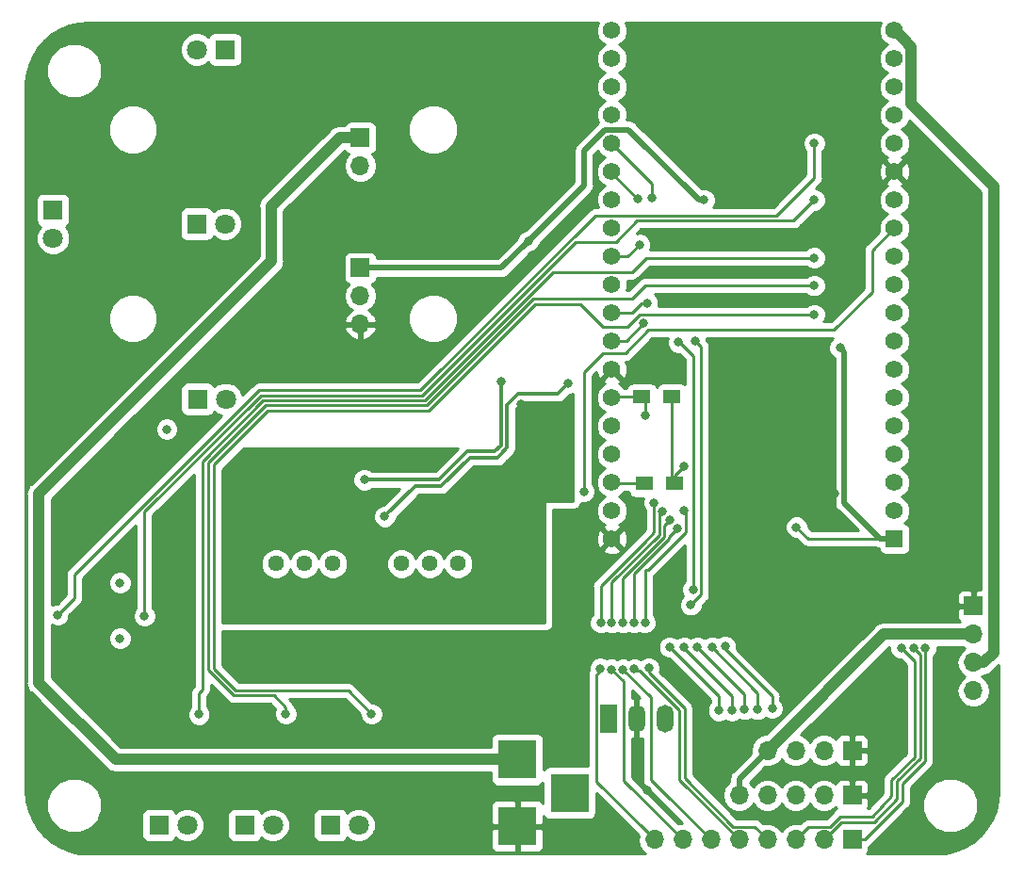
<source format=gbl>
G04 #@! TF.GenerationSoftware,KiCad,Pcbnew,(5.0.0)*
G04 #@! TF.CreationDate,2018-12-05T14:54:44-08:00*
G04 #@! TF.ProjectId,TestPlatformBoard,54657374506C6174666F726D426F6172,rev?*
G04 #@! TF.SameCoordinates,Original*
G04 #@! TF.FileFunction,Copper,L2,Bot,Signal*
G04 #@! TF.FilePolarity,Positive*
%FSLAX46Y46*%
G04 Gerber Fmt 4.6, Leading zero omitted, Abs format (unit mm)*
G04 Created by KiCad (PCBNEW (5.0.0)) date 12/05/18 14:54:44*
%MOMM*%
%LPD*%
G01*
G04 APERTURE LIST*
G04 #@! TA.AperFunction,ComponentPad*
%ADD10C,1.560000*%
G04 #@! TD*
G04 #@! TA.AperFunction,ComponentPad*
%ADD11R,1.560000X1.560000*%
G04 #@! TD*
G04 #@! TA.AperFunction,ComponentPad*
%ADD12O,1.700000X1.700000*%
G04 #@! TD*
G04 #@! TA.AperFunction,ComponentPad*
%ADD13R,1.700000X1.700000*%
G04 #@! TD*
G04 #@! TA.AperFunction,ComponentPad*
%ADD14R,1.800000X1.800000*%
G04 #@! TD*
G04 #@! TA.AperFunction,ComponentPad*
%ADD15C,1.800000*%
G04 #@! TD*
G04 #@! TA.AperFunction,SMDPad,CuDef*
%ADD16R,1.500000X1.300000*%
G04 #@! TD*
G04 #@! TA.AperFunction,ComponentPad*
%ADD17C,1.440000*%
G04 #@! TD*
G04 #@! TA.AperFunction,ComponentPad*
%ADD18R,3.500000X3.500000*%
G04 #@! TD*
G04 #@! TA.AperFunction,ComponentPad*
%ADD19O,1.500000X2.500000*%
G04 #@! TD*
G04 #@! TA.AperFunction,ComponentPad*
%ADD20R,1.500000X2.500000*%
G04 #@! TD*
G04 #@! TA.AperFunction,ViaPad*
%ADD21C,0.800000*%
G04 #@! TD*
G04 #@! TA.AperFunction,Conductor*
%ADD22C,0.250000*%
G04 #@! TD*
G04 #@! TA.AperFunction,Conductor*
%ADD23C,1.000000*%
G04 #@! TD*
G04 #@! TA.AperFunction,Conductor*
%ADD24C,0.350000*%
G04 #@! TD*
G04 #@! TA.AperFunction,Conductor*
%ADD25C,0.500000*%
G04 #@! TD*
G04 #@! TA.AperFunction,Conductor*
%ADD26C,0.254000*%
G04 #@! TD*
G04 APERTURE END LIST*
D10*
G04 #@! TO.P,U1,38*
G04 #@! TO.N,N/C*
X53400000Y-1440000D03*
G04 #@! TO.P,U1,37*
X53400000Y-3980000D03*
G04 #@! TO.P,U1,36*
X53400000Y-6520000D03*
G04 #@! TO.P,U1,35*
G04 #@! TO.N,TEMP1W*
X53400000Y-9060000D03*
G04 #@! TO.P,U1,34*
G04 #@! TO.N,IO2*
X53400000Y-11600000D03*
G04 #@! TO.P,U1,33*
G04 #@! TO.N,IO0*
X53400000Y-14140000D03*
G04 #@! TO.P,U1,32*
G04 #@! TO.N,IO4*
X53400000Y-16680000D03*
G04 #@! TO.P,U1,31*
G04 #@! TO.N,IO16*
X53400000Y-19220000D03*
G04 #@! TO.P,U1,30*
G04 #@! TO.N,IO17*
X53400000Y-21760000D03*
G04 #@! TO.P,U1,29*
G04 #@! TO.N,SPI_CS_ADC*
X53400000Y-24300000D03*
G04 #@! TO.P,U1,28*
G04 #@! TO.N,SPI_SCL*
X53400000Y-26840000D03*
G04 #@! TO.P,U1,27*
G04 #@! TO.N,SPI_Dout*
X53400000Y-29380000D03*
G04 #@! TO.P,U1,26*
G04 #@! TO.N,GND*
X53400000Y-31920000D03*
G04 #@! TO.P,U1,25*
G04 #@! TO.N,I2C_SDA*
X53400000Y-34460000D03*
G04 #@! TO.P,U1,24*
G04 #@! TO.N,N/C*
X53400000Y-37000000D03*
G04 #@! TO.P,U1,23*
X53400000Y-39540000D03*
G04 #@! TO.P,U1,22*
G04 #@! TO.N,I2C_SCL*
X53400000Y-42080000D03*
G04 #@! TO.P,U1,21*
G04 #@! TO.N,SPI_Din*
X53400000Y-44620000D03*
G04 #@! TO.P,U1,20*
G04 #@! TO.N,GND*
X53400000Y-47160000D03*
G04 #@! TO.P,U1,18*
G04 #@! TO.N,N/C*
X78800000Y-3980000D03*
G04 #@! TO.P,U1,17*
X78800000Y-6520000D03*
G04 #@! TO.P,U1,16*
X78800000Y-9060000D03*
G04 #@! TO.P,U1,15*
G04 #@! TO.N,CTRL_D2*
X78800000Y-11600000D03*
G04 #@! TO.P,U1,14*
G04 #@! TO.N,GND*
X78800000Y-14140000D03*
G04 #@! TO.P,U1,13*
G04 #@! TO.N,CTRL_D1*
X78800000Y-16680000D03*
G04 #@! TO.P,U1,12*
G04 #@! TO.N,CTRL_3V3A*
X78800000Y-19220000D03*
G04 #@! TO.P,U1,11*
G04 #@! TO.N,LED_R*
X78800000Y-21760000D03*
G04 #@! TO.P,U1,10*
G04 #@! TO.N,LED_Y*
X78800000Y-24300000D03*
G04 #@! TO.P,U1,9*
G04 #@! TO.N,LED_G*
X78800000Y-26840000D03*
G04 #@! TO.P,U1,8*
G04 #@! TO.N,IO33*
X78800000Y-29380000D03*
G04 #@! TO.P,U1,7*
G04 #@! TO.N,CTRL_Heater*
X78800000Y-31920000D03*
G04 #@! TO.P,U1,6*
G04 #@! TO.N,I35*
X78800000Y-34460000D03*
G04 #@! TO.P,U1,5*
G04 #@! TO.N,I34*
X78800000Y-37000000D03*
G04 #@! TO.P,U1,4*
G04 #@! TO.N,N/C*
X78800000Y-39540000D03*
G04 #@! TO.P,U1,3*
X78800000Y-42080000D03*
G04 #@! TO.P,U1,19*
G04 #@! TO.N,+5V*
X78800000Y-1440000D03*
G04 #@! TO.P,U1,2*
G04 #@! TO.N,N/C*
X78800000Y-44620000D03*
D11*
G04 #@! TO.P,U1,1*
G04 #@! TO.N,+3V3*
X78800000Y-47160000D03*
G04 #@! TD*
D12*
G04 #@! TO.P,J1,4*
G04 #@! TO.N,+12V*
X85900000Y-60820000D03*
G04 #@! TO.P,J1,3*
G04 #@! TO.N,+5V*
X85900000Y-58280000D03*
G04 #@! TO.P,J1,2*
G04 #@! TO.N,+3V3*
X85900000Y-55740000D03*
D13*
G04 #@! TO.P,J1,1*
G04 #@! TO.N,GND*
X85900000Y-53200000D03*
G04 #@! TD*
D12*
G04 #@! TO.P,J2,2*
G04 #@! TO.N,Heater-*
X30800000Y-13640000D03*
D13*
G04 #@! TO.P,J2,1*
G04 #@! TO.N,+12V*
X30800000Y-11100000D03*
G04 #@! TD*
D14*
G04 #@! TO.P,D4,1*
G04 #@! TO.N,/LMC6482/B-*
X16100000Y-18850000D03*
D15*
G04 #@! TO.P,D4,2*
G04 #@! TO.N,GNDA*
X18640000Y-18850000D03*
G04 #@! TD*
G04 #@! TO.P,D5,2*
G04 #@! TO.N,GNDA*
X16100000Y-3175000D03*
D14*
G04 #@! TO.P,D5,1*
G04 #@! TO.N,/LMC6482/A-*
X18640000Y-3175000D03*
G04 #@! TD*
D15*
G04 #@! TO.P,D7,2*
G04 #@! TO.N,Net-(D7-Pad2)*
X22940000Y-72900000D03*
D14*
G04 #@! TO.P,D7,1*
G04 #@! TO.N,Net-(D7-Pad1)*
X20400000Y-72900000D03*
G04 #@! TD*
D12*
G04 #@! TO.P,J3,3*
G04 #@! TO.N,GND*
X30800000Y-27880000D03*
G04 #@! TO.P,J3,2*
G04 #@! TO.N,TEMP1W*
X30800000Y-25340000D03*
D13*
G04 #@! TO.P,J3,1*
G04 #@! TO.N,+3V3*
X30800000Y-22800000D03*
G04 #@! TD*
D12*
G04 #@! TO.P,J5,8*
G04 #@! TO.N,IO17*
X57220000Y-74200000D03*
G04 #@! TO.P,J5,7*
G04 #@! TO.N,IO16*
X59760000Y-74200000D03*
G04 #@! TO.P,J5,6*
G04 #@! TO.N,IO4*
X62300000Y-74200000D03*
G04 #@! TO.P,J5,5*
G04 #@! TO.N,IO0*
X64840000Y-74200000D03*
G04 #@! TO.P,J5,4*
G04 #@! TO.N,IO2*
X67380000Y-74200000D03*
G04 #@! TO.P,J5,3*
G04 #@! TO.N,IO33*
X69920000Y-74200000D03*
G04 #@! TO.P,J5,2*
G04 #@! TO.N,I35*
X72460000Y-74200000D03*
D13*
G04 #@! TO.P,J5,1*
G04 #@! TO.N,I34*
X75000000Y-74200000D03*
G04 #@! TD*
D16*
G04 #@! TO.P,R12,2*
G04 #@! TO.N,I2C_SCL*
X56300000Y-42200000D03*
G04 #@! TO.P,R12,1*
G04 #@! TO.N,+3V3*
X59000000Y-42200000D03*
G04 #@! TD*
D17*
G04 #@! TO.P,RV1,3*
G04 #@! TO.N,Net-(R10-Pad1)*
X39580000Y-49400000D03*
G04 #@! TO.P,RV1,2*
X37040000Y-49400000D03*
G04 #@! TO.P,RV1,1*
G04 #@! TO.N,/LMC6482/Aout*
X34500000Y-49400000D03*
G04 #@! TD*
D16*
G04 #@! TO.P,R13,1*
G04 #@! TO.N,+3V3*
X58800000Y-34400000D03*
G04 #@! TO.P,R13,2*
G04 #@! TO.N,I2C_SDA*
X56100000Y-34400000D03*
G04 #@! TD*
D17*
G04 #@! TO.P,RV2,1*
G04 #@! TO.N,/LMC6482/Bout*
X28300000Y-49400000D03*
G04 #@! TO.P,RV2,2*
G04 #@! TO.N,Net-(R11-Pad1)*
X25760000Y-49400000D03*
G04 #@! TO.P,RV2,3*
X23220000Y-49400000D03*
G04 #@! TD*
D18*
G04 #@! TO.P,J4,3*
G04 #@! TO.N,N/C*
X49600000Y-70000000D03*
G04 #@! TO.P,J4,2*
G04 #@! TO.N,GND*
X44900000Y-73000000D03*
G04 #@! TO.P,J4,1*
G04 #@! TO.N,+12V*
X44900000Y-67000000D03*
G04 #@! TD*
D14*
G04 #@! TO.P,D1,1*
G04 #@! TO.N,Net-(D1-Pad1)*
X16160000Y-34600000D03*
D15*
G04 #@! TO.P,D1,2*
G04 #@! TO.N,+5V*
X18700000Y-34600000D03*
G04 #@! TD*
G04 #@! TO.P,D2,2*
G04 #@! TO.N,+5V*
X3175000Y-20140000D03*
D14*
G04 #@! TO.P,D2,1*
G04 #@! TO.N,Net-(D2-Pad1)*
X3175000Y-17600000D03*
G04 #@! TD*
D15*
G04 #@! TO.P,D3,2*
G04 #@! TO.N,Net-(D3-Pad2)*
X30640000Y-72900000D03*
D14*
G04 #@! TO.P,D3,1*
G04 #@! TO.N,Net-(D3-Pad1)*
X28100000Y-72900000D03*
G04 #@! TD*
G04 #@! TO.P,D6,1*
G04 #@! TO.N,Net-(D6-Pad1)*
X12700000Y-72900000D03*
D15*
G04 #@! TO.P,D6,2*
G04 #@! TO.N,Net-(D6-Pad2)*
X15240000Y-72900000D03*
G04 #@! TD*
D12*
G04 #@! TO.P,J6,5*
G04 #@! TO.N,+3V3*
X64840000Y-70200000D03*
G04 #@! TO.P,J6,4*
G04 #@! TO.N,SPI_SCL*
X67380000Y-70200000D03*
G04 #@! TO.P,J6,3*
G04 #@! TO.N,SPI_Dout*
X69920000Y-70200000D03*
G04 #@! TO.P,J6,2*
G04 #@! TO.N,SPI_Din*
X72460000Y-70200000D03*
D13*
G04 #@! TO.P,J6,1*
G04 #@! TO.N,GND*
X75000000Y-70200000D03*
G04 #@! TD*
D12*
G04 #@! TO.P,J7,4*
G04 #@! TO.N,+3V3*
X67380000Y-66200000D03*
G04 #@! TO.P,J7,3*
G04 #@! TO.N,I2C_SCL*
X69920000Y-66200000D03*
G04 #@! TO.P,J7,2*
G04 #@! TO.N,I2C_SDA*
X72460000Y-66200000D03*
D13*
G04 #@! TO.P,J7,1*
G04 #@! TO.N,GND*
X75000000Y-66200000D03*
G04 #@! TD*
D19*
G04 #@! TO.P,U2,3*
G04 #@! TO.N,+5V*
X58180000Y-63300000D03*
G04 #@! TO.P,U2,2*
G04 #@! TO.N,GND*
X55640000Y-63300000D03*
D20*
G04 #@! TO.P,U2,1*
G04 #@! TO.N,+12V*
X53100000Y-63300000D03*
G04 #@! TD*
D21*
G04 #@! TO.N,GNDA*
X20300000Y-41100000D03*
X20000000Y-49700000D03*
X45000000Y-53300000D03*
X46500000Y-50100000D03*
X45200000Y-38200000D03*
X49100000Y-38200000D03*
X48300000Y-41800000D03*
X44700000Y-45100000D03*
X41150000Y-46150000D03*
X35850000Y-39750000D03*
X29650000Y-51250000D03*
X28250000Y-47250000D03*
X37550000Y-53000000D03*
X25100000Y-53000000D03*
X29400000Y-39800000D03*
X45200000Y-35050000D03*
X41350000Y-41800000D03*
G04 #@! TO.N,+5V*
X9200000Y-51100000D03*
X9200000Y-56100000D03*
G04 #@! TO.N,GND*
X49300000Y-12800000D03*
X48200000Y-58300000D03*
X58400000Y-51550000D03*
X50400000Y-62700000D03*
X49000000Y-51000000D03*
X66700000Y-49100000D03*
X74400000Y-52000000D03*
X73400000Y-43100000D03*
X65800000Y-37200000D03*
X70300000Y-34300000D03*
X83800000Y-47100000D03*
X83900000Y-38600000D03*
X83500000Y-28700000D03*
X83400000Y-21200000D03*
X73300000Y-19300000D03*
X62800000Y-14100000D03*
X58300000Y-8100000D03*
X68200000Y-4300000D03*
X73500000Y-6700000D03*
X46000000Y-5200000D03*
X45300000Y-15900000D03*
X38000000Y-18500000D03*
X29000000Y-18400000D03*
X25500000Y-7400000D03*
X20400000Y-9200000D03*
X12300000Y-15500000D03*
X4400000Y-11400000D03*
X5700000Y-24700000D03*
X2400000Y-36100000D03*
X25000000Y-27700000D03*
X22500000Y-29700000D03*
X10400000Y-61900000D03*
X3200000Y-66200000D03*
X9600000Y-71000000D03*
X17950000Y-73000000D03*
X25650000Y-73000000D03*
X37100000Y-72100000D03*
X36700000Y-63100000D03*
X25700000Y-57700000D03*
X39100000Y-57700000D03*
X77900000Y-63800000D03*
X84500000Y-64400000D03*
X79300000Y-73700000D03*
X69500000Y-62100000D03*
X69700000Y-59500000D03*
X65350000Y-56900000D03*
X74400000Y-56900000D03*
X62900000Y-67500000D03*
X58600000Y-59000000D03*
X65200000Y-25800000D03*
X62800000Y-23100000D03*
X60000000Y-20300000D03*
X15400000Y-25300000D03*
X11000000Y-38200000D03*
X8600000Y-32800000D03*
X4600000Y-58700000D03*
X29200000Y-62500000D03*
X21550000Y-62550000D03*
X13950000Y-62400000D03*
X14200000Y-58700000D03*
X55700000Y-67000000D03*
X56600000Y-69800000D03*
X52500000Y-73850000D03*
G04 #@! TO.N,/LMC6482/Aout*
X49500000Y-33150000D03*
X33000000Y-45150000D03*
G04 #@! TO.N,/LMC6482/Bout*
X31150000Y-41850000D03*
X43450000Y-33050000D03*
G04 #@! TO.N,CTRL_3V3A*
X50900000Y-42900000D03*
G04 #@! TO.N,SPI_Din*
X65300000Y-62500000D03*
X61100000Y-56900000D03*
G04 #@! TO.N,SPI_Dout*
X64200000Y-62600000D03*
X59900000Y-56900000D03*
X60700000Y-51700000D03*
X59400000Y-29500000D03*
X56275010Y-27800000D03*
G04 #@! TO.N,SPI_SCL*
X63000000Y-62600000D03*
X58600000Y-56900000D03*
X60500000Y-53100000D03*
X60900000Y-29400000D03*
X56600000Y-26000000D03*
G04 #@! TO.N,+3V3*
X59900000Y-40600000D03*
X70000000Y-46100000D03*
X45900000Y-20400000D03*
X61700000Y-16700000D03*
X73900000Y-30000000D03*
G04 #@! TO.N,I2C_SCL*
X66500000Y-62500000D03*
X62400000Y-56900000D03*
G04 #@! TO.N,I2C_SDA*
X67800000Y-62400000D03*
X63600000Y-56800000D03*
X56400000Y-36100000D03*
G04 #@! TO.N,IO0*
X55412875Y-58882468D03*
X55400009Y-54700000D03*
X59300000Y-46200000D03*
X55700000Y-16600000D03*
G04 #@! TO.N,IO2*
X56712799Y-58787201D03*
X56400012Y-54700000D03*
X59912653Y-44587347D03*
X57000000Y-16500000D03*
G04 #@! TO.N,IO4*
X54392451Y-58887349D03*
X54400006Y-54700000D03*
X58616907Y-45421990D03*
G04 #@! TO.N,IO16*
X53379797Y-58900000D03*
X53400003Y-54700000D03*
X57925000Y-44700000D03*
G04 #@! TO.N,IO17*
X55900000Y-20700000D03*
X52400000Y-54700000D03*
X57200000Y-43900000D03*
X52350000Y-58800000D03*
G04 #@! TO.N,IO33*
X79400000Y-57000000D03*
G04 #@! TO.N,I34*
X81600000Y-57000000D03*
G04 #@! TO.N,I35*
X80500000Y-57000000D03*
G04 #@! TO.N,Net-(D1-Pad1)*
X13400000Y-37300000D03*
G04 #@! TO.N,Net-(Q1-Pad1)*
X11400000Y-54100000D03*
X71600000Y-16700000D03*
G04 #@! TO.N,Net-(Q2-Pad1)*
X31800000Y-62900000D03*
X71600000Y-27000000D03*
G04 #@! TO.N,Net-(Q4-Pad1)*
X71600000Y-21900000D03*
X16300000Y-62946602D03*
G04 #@! TO.N,Net-(Q5-Pad1)*
X3600000Y-54000000D03*
X71600000Y-11600000D03*
G04 #@! TO.N,Net-(Q6-Pad1)*
X24100000Y-62900000D03*
X71600000Y-24400000D03*
G04 #@! TD*
D22*
G04 #@! TO.N,GNDA*
X44700000Y-53000000D02*
X45000000Y-53300000D01*
X20300000Y-53000000D02*
X25100000Y-53000000D01*
X49100000Y-38200000D02*
X45200000Y-38200000D01*
X37550000Y-53000000D02*
X44700000Y-53000000D01*
X25100000Y-53000000D02*
X37550000Y-53000000D01*
D23*
G04 #@! TO.N,+5V*
X85900000Y-58280000D02*
X86780000Y-58280000D01*
X86780000Y-58280000D02*
X87700000Y-57360000D01*
X87700000Y-57360000D02*
X87700000Y-15500000D01*
X79579999Y-2219999D02*
X78800000Y-1440000D01*
X80280001Y-2920001D02*
X79579999Y-2219999D01*
X80280001Y-8080001D02*
X80280001Y-2920001D01*
X87700000Y-15500000D02*
X80280001Y-8080001D01*
D24*
G04 #@! TO.N,/LMC6482/Aout*
X49500000Y-33150000D02*
X48550000Y-34100000D01*
X45002998Y-34100000D02*
X44000010Y-35102988D01*
X48550000Y-34100000D02*
X45002998Y-34100000D01*
X44000010Y-38977821D02*
X43477830Y-39500000D01*
X44000010Y-35102988D02*
X44000010Y-38977821D01*
X43477830Y-39500000D02*
X43127821Y-39850010D01*
X40627820Y-39850010D02*
X38077821Y-42400010D01*
X43127821Y-39850010D02*
X40627820Y-39850010D01*
X38077821Y-42400010D02*
X35749990Y-42400010D01*
X35749990Y-42400010D02*
X33000000Y-45150000D01*
G04 #@! TO.N,/LMC6482/Bout*
X31150000Y-41850000D02*
X37850000Y-41850000D01*
X37850000Y-41850000D02*
X40400000Y-39300000D01*
X40400000Y-39300000D02*
X42900000Y-39300000D01*
X42900000Y-39300000D02*
X43450000Y-38750000D01*
X43450000Y-38750000D02*
X43450000Y-33050000D01*
D22*
G04 #@! TO.N,CTRL_3V3A*
X50900000Y-42900000D02*
X50900000Y-32200000D01*
X52614999Y-30485001D02*
X54614999Y-30485001D01*
X50900000Y-32200000D02*
X52614999Y-30485001D01*
X54614999Y-30485001D02*
X56700000Y-28400000D01*
X56700000Y-28400000D02*
X73373002Y-28400000D01*
X73373002Y-28400000D02*
X76800000Y-24973002D01*
X76800000Y-21220000D02*
X78800000Y-19220000D01*
X76800000Y-24973002D02*
X76800000Y-21220000D01*
G04 #@! TO.N,SPI_Din*
X65300000Y-62500000D02*
X65300000Y-61100000D01*
X65300000Y-61100000D02*
X61100000Y-56900000D01*
G04 #@! TO.N,SPI_Dout*
X59900000Y-57000000D02*
X59900000Y-56900000D01*
X61200000Y-58300000D02*
X59900000Y-57000000D01*
X60700000Y-51700000D02*
X60700000Y-51134315D01*
X60700000Y-51134315D02*
X60700000Y-30700000D01*
X60700000Y-30700000D02*
X59500000Y-29500000D01*
X59500000Y-29500000D02*
X59400000Y-29500000D01*
X54695010Y-29380000D02*
X53400000Y-29380000D01*
X56275010Y-27800000D02*
X54695010Y-29380000D01*
X61200000Y-58300000D02*
X64200000Y-61300000D01*
X64200000Y-62600000D02*
X64200000Y-61300000D01*
G04 #@! TO.N,SPI_SCL*
X63000000Y-62600000D02*
X63000000Y-61300000D01*
X63000000Y-61300000D02*
X58600000Y-56900000D01*
X61425001Y-29925001D02*
X60900000Y-29400000D01*
X60500000Y-53100000D02*
X61425001Y-52174999D01*
X61425001Y-52174999D02*
X61425001Y-29925001D01*
X54503086Y-26840000D02*
X53400000Y-26840000D01*
X55194315Y-26840000D02*
X54503086Y-26840000D01*
X56034315Y-26000000D02*
X55194315Y-26840000D01*
X56600000Y-26000000D02*
X56034315Y-26000000D01*
D23*
G04 #@! TO.N,+3V3*
X77840000Y-55740000D02*
X67380000Y-66200000D01*
X85900000Y-55740000D02*
X77840000Y-55740000D01*
D25*
X64840000Y-68740000D02*
X67380000Y-66200000D01*
X64840000Y-70200000D02*
X64840000Y-68740000D01*
D22*
X58800000Y-42000000D02*
X59000000Y-42200000D01*
X58800000Y-34400000D02*
X58800000Y-42000000D01*
X59000000Y-42200000D02*
X59000000Y-41500000D01*
X59000000Y-41500000D02*
X59900000Y-40600000D01*
X71060000Y-47160000D02*
X78800000Y-47160000D01*
X70000000Y-46100000D02*
X71060000Y-47160000D01*
D25*
X30800000Y-22800000D02*
X43500000Y-22800000D01*
X43500000Y-22800000D02*
X45900000Y-20400000D01*
X45900000Y-20400000D02*
X50900000Y-15400000D01*
X52809599Y-10369999D02*
X54919999Y-10369999D01*
X50900000Y-15400000D02*
X50900000Y-12279598D01*
X50900000Y-12279598D02*
X52809599Y-10369999D01*
X54919999Y-10369999D02*
X61250000Y-16700000D01*
X61250000Y-16700000D02*
X61700000Y-16700000D01*
X77520000Y-47160000D02*
X78800000Y-47160000D01*
X74299999Y-43939999D02*
X77520000Y-47160000D01*
X74299999Y-30399999D02*
X74299999Y-43939999D01*
X73900000Y-30000000D02*
X74299999Y-30399999D01*
D22*
G04 #@! TO.N,I2C_SCL*
X53520000Y-42200000D02*
X53400000Y-42080000D01*
X56300000Y-42200000D02*
X53520000Y-42200000D01*
X66500000Y-62500000D02*
X66500000Y-61000000D01*
X66500000Y-61000000D02*
X62400000Y-56900000D01*
G04 #@! TO.N,I2C_SDA*
X53460000Y-34400000D02*
X53400000Y-34460000D01*
X56100000Y-34400000D02*
X53460000Y-34400000D01*
X67800000Y-62400000D02*
X67800000Y-61300000D01*
X67800000Y-61300000D02*
X63600000Y-57100000D01*
X63600000Y-57100000D02*
X63600000Y-56800000D01*
X56400000Y-34700000D02*
X56100000Y-34400000D01*
X56400000Y-36100000D02*
X56400000Y-34700000D01*
D23*
G04 #@! TO.N,+12V*
X28950000Y-11100000D02*
X22800000Y-17250000D01*
X30800000Y-11100000D02*
X28950000Y-11100000D01*
X22800000Y-17250000D02*
X22800000Y-22200000D01*
X22800000Y-22200000D02*
X1900000Y-43100000D01*
X1900000Y-43100000D02*
X1900000Y-60100000D01*
X8800000Y-67000000D02*
X44900000Y-67000000D01*
X1900000Y-60100000D02*
X8800000Y-67000000D01*
D22*
G04 #@! TO.N,IO0*
X64840000Y-74200000D02*
X59500000Y-68860000D01*
X59500000Y-68860000D02*
X59500000Y-62599707D01*
X59500000Y-62599707D02*
X55878328Y-58978035D01*
X55878328Y-58978035D02*
X55508442Y-58978035D01*
X55508442Y-58978035D02*
X55412875Y-58882468D01*
X55400009Y-50309221D02*
X58550030Y-47159200D01*
X55400009Y-54700000D02*
X55400009Y-50309221D01*
X58550030Y-47159200D02*
X58550030Y-46949970D01*
X58550030Y-46949970D02*
X59300000Y-46200000D01*
X53400000Y-14300000D02*
X53400000Y-14140000D01*
X55700000Y-16600000D02*
X53400000Y-14300000D01*
G04 #@! TO.N,IO2*
X66204999Y-73024999D02*
X64301409Y-73024999D01*
X67380000Y-74200000D02*
X66204999Y-73024999D01*
X59950010Y-68673600D02*
X59950009Y-62413306D01*
X64301409Y-73024999D02*
X59950010Y-68673600D01*
X59950009Y-62413306D02*
X56712799Y-59176096D01*
X56712799Y-59176096D02*
X56712799Y-58787201D01*
X56400012Y-54700000D02*
X56400012Y-49945628D01*
X60025001Y-44699695D02*
X59912653Y-44587347D01*
X60025001Y-46548001D02*
X60025001Y-44699695D01*
X56400012Y-49945628D02*
X56627374Y-49945628D01*
X56627374Y-49945628D02*
X60025001Y-46548001D01*
X57000000Y-15200000D02*
X53400000Y-11600000D01*
X57000000Y-16500000D02*
X57000000Y-15200000D01*
G04 #@! TO.N,IO4*
X62300000Y-74200000D02*
X58100000Y-70000000D01*
X58100000Y-70000000D02*
X56900000Y-68800000D01*
X56900000Y-68800000D02*
X56900000Y-61394898D01*
X56900000Y-61394898D02*
X54392451Y-58887349D01*
X54400006Y-50672814D02*
X58100020Y-46972800D01*
X54400006Y-54700000D02*
X54400006Y-50672814D01*
X58100020Y-46972800D02*
X58100020Y-45938877D01*
X58100020Y-45938877D02*
X58616907Y-45421990D01*
X56900000Y-68800000D02*
X56900000Y-68800000D01*
G04 #@! TO.N,IO16*
X54448001Y-68888001D02*
X59760000Y-74200000D01*
X53379797Y-58900000D02*
X54448001Y-59968204D01*
X54448001Y-59968204D02*
X54448001Y-68888001D01*
X53400003Y-54700000D02*
X53400003Y-51036407D01*
X53400003Y-51036407D02*
X57650010Y-46786400D01*
X57650010Y-46786400D02*
X57650010Y-44974990D01*
X57650010Y-44974990D02*
X57925000Y-44700000D01*
G04 #@! TO.N,IO17*
X53400000Y-21760000D02*
X54840000Y-21760000D01*
X54840000Y-21760000D02*
X55900000Y-20700000D01*
X52400000Y-51400000D02*
X52400000Y-54700000D01*
X57200000Y-46600000D02*
X56300000Y-47500000D01*
X57200000Y-43900000D02*
X57200000Y-46600000D01*
X56300000Y-47500000D02*
X52400000Y-51400000D01*
X56370001Y-73350001D02*
X57220000Y-74200000D01*
X52000001Y-68980001D02*
X56370001Y-73350001D01*
X52000001Y-59399999D02*
X52000001Y-68980001D01*
X52350000Y-58800000D02*
X52350000Y-59050000D01*
X52350000Y-59050000D02*
X52000001Y-59399999D01*
G04 #@! TO.N,IO33*
X78500000Y-70300000D02*
X78500000Y-68863590D01*
X76800000Y-72100000D02*
X78500000Y-70300000D01*
X80600000Y-66763590D02*
X80600000Y-58200000D01*
X80600000Y-58200000D02*
X79400000Y-57000000D01*
X69920000Y-74200000D02*
X71095001Y-73024999D01*
X73923590Y-72100000D02*
X76800000Y-72100000D01*
X72998591Y-73024999D02*
X73923590Y-72100000D01*
X78500000Y-68863590D02*
X80600000Y-66763590D01*
X71095001Y-73024999D02*
X72998591Y-73024999D01*
G04 #@! TO.N,I34*
X76100000Y-74200000D02*
X79500000Y-70800000D01*
X75000000Y-74200000D02*
X76100000Y-74200000D01*
X79500000Y-70800000D02*
X79500000Y-69200000D01*
X79500000Y-69200000D02*
X81600000Y-67100000D01*
X81600000Y-67100000D02*
X81600000Y-57000000D01*
G04 #@! TO.N,I35*
X77000000Y-72600000D02*
X79049990Y-70550010D01*
X72460000Y-74200000D02*
X74060000Y-72600000D01*
X74060000Y-72600000D02*
X77000000Y-72600000D01*
X79049990Y-70550010D02*
X79049990Y-68950010D01*
X79049990Y-68950010D02*
X81100000Y-66900000D01*
X81100000Y-66900000D02*
X81100000Y-57600000D01*
X81100000Y-57600000D02*
X80500000Y-57000000D01*
G04 #@! TO.N,Net-(Q1-Pad1)*
X69734991Y-18565009D02*
X71600000Y-16700000D01*
X55690393Y-18565009D02*
X69734991Y-18565009D01*
X11400000Y-54100000D02*
X11400000Y-44736410D01*
X21886400Y-34250010D02*
X36386400Y-34250010D01*
X36386400Y-34250010D02*
X50136410Y-20500000D01*
X50136410Y-20500000D02*
X53755402Y-20500000D01*
X11400000Y-44736410D02*
X21886400Y-34250010D01*
X53755402Y-20500000D02*
X55690393Y-18565009D01*
G04 #@! TO.N,Net-(Q2-Pad1)*
X29700000Y-60800000D02*
X31800000Y-62900000D01*
X22445600Y-35600040D02*
X17600000Y-40445640D01*
X46495630Y-26050010D02*
X36945600Y-35600040D01*
X19600000Y-60800000D02*
X29700000Y-60800000D01*
X50550010Y-26050010D02*
X46495630Y-26050010D01*
X36945600Y-35600040D02*
X22445600Y-35600040D01*
X71600000Y-27000000D02*
X55900000Y-27000000D01*
X17600000Y-40445640D02*
X17600000Y-58800000D01*
X55900000Y-27000000D02*
X54800000Y-28100000D01*
X17600000Y-58800000D02*
X19600000Y-60800000D01*
X54800000Y-28100000D02*
X52600000Y-28100000D01*
X52600000Y-28100000D02*
X50550010Y-26050010D01*
G04 #@! TO.N,Net-(Q4-Pad1)*
X16600000Y-40172820D02*
X16600000Y-60700000D01*
X16600000Y-60700000D02*
X16300000Y-61000000D01*
X36572800Y-34700020D02*
X22072800Y-34700020D01*
X16300000Y-61000000D02*
X16300000Y-62946602D01*
X48077821Y-23194999D02*
X36572800Y-34700020D01*
X22072800Y-34700020D02*
X16600000Y-40172820D01*
X55205001Y-23194999D02*
X48077821Y-23194999D01*
X56500000Y-21900000D02*
X55205001Y-23194999D01*
X71600000Y-21900000D02*
X56500000Y-21900000D01*
G04 #@! TO.N,Net-(Q5-Pad1)*
X5100000Y-52500000D02*
X3600000Y-54000000D01*
X67200000Y-18100000D02*
X51885001Y-18114999D01*
X51885001Y-18114999D02*
X36200000Y-33800000D01*
X36200000Y-33800000D02*
X21700000Y-33800000D01*
X21700000Y-33800000D02*
X5100000Y-50400000D01*
X5100000Y-50400000D02*
X5100000Y-52500000D01*
X67200000Y-18100000D02*
X68200000Y-18100000D01*
X71600000Y-14700000D02*
X71600000Y-11600000D01*
X68200000Y-18100000D02*
X71600000Y-14700000D01*
G04 #@! TO.N,Net-(Q6-Pad1)*
X24100000Y-62800000D02*
X24100000Y-62900000D01*
X23015695Y-61250010D02*
X24100000Y-62334315D01*
X19413600Y-61250010D02*
X23015695Y-61250010D01*
X17100000Y-58936410D02*
X19413600Y-61250010D01*
X17100000Y-40309230D02*
X17100000Y-58936410D01*
X22259200Y-35150030D02*
X17100000Y-40309230D01*
X36759200Y-35150030D02*
X22259200Y-35150030D01*
X71600000Y-24400000D02*
X56400000Y-24400000D01*
X56400000Y-24400000D02*
X55200000Y-25600000D01*
X55200000Y-25600000D02*
X46309230Y-25600000D01*
X46309230Y-25600000D02*
X36759200Y-35150030D01*
X24100000Y-62334315D02*
X24100000Y-62900000D01*
G04 #@! TD*
D26*
G04 #@! TO.N,GNDA*
G36*
X49873000Y-42674812D02*
X49865000Y-42694126D01*
X49865000Y-43105874D01*
X49873000Y-43125188D01*
X49873000Y-43773000D01*
X47500000Y-43773000D01*
X47451399Y-43782667D01*
X47410197Y-43810197D01*
X47382667Y-43851399D01*
X47373000Y-43900000D01*
X47373000Y-54673000D01*
X18427000Y-54673000D01*
X18427000Y-49130474D01*
X21865000Y-49130474D01*
X21865000Y-49669526D01*
X22071286Y-50167546D01*
X22452454Y-50548714D01*
X22950474Y-50755000D01*
X23489526Y-50755000D01*
X23987546Y-50548714D01*
X24368714Y-50167546D01*
X24490000Y-49874735D01*
X24611286Y-50167546D01*
X24992454Y-50548714D01*
X25490474Y-50755000D01*
X26029526Y-50755000D01*
X26527546Y-50548714D01*
X26908714Y-50167546D01*
X27030000Y-49874735D01*
X27151286Y-50167546D01*
X27532454Y-50548714D01*
X28030474Y-50755000D01*
X28569526Y-50755000D01*
X29067546Y-50548714D01*
X29448714Y-50167546D01*
X29655000Y-49669526D01*
X29655000Y-49130474D01*
X33145000Y-49130474D01*
X33145000Y-49669526D01*
X33351286Y-50167546D01*
X33732454Y-50548714D01*
X34230474Y-50755000D01*
X34769526Y-50755000D01*
X35267546Y-50548714D01*
X35648714Y-50167546D01*
X35770000Y-49874735D01*
X35891286Y-50167546D01*
X36272454Y-50548714D01*
X36770474Y-50755000D01*
X37309526Y-50755000D01*
X37807546Y-50548714D01*
X38188714Y-50167546D01*
X38310000Y-49874735D01*
X38431286Y-50167546D01*
X38812454Y-50548714D01*
X39310474Y-50755000D01*
X39849526Y-50755000D01*
X40347546Y-50548714D01*
X40728714Y-50167546D01*
X40935000Y-49669526D01*
X40935000Y-49130474D01*
X40728714Y-48632454D01*
X40347546Y-48251286D01*
X39849526Y-48045000D01*
X39310474Y-48045000D01*
X38812454Y-48251286D01*
X38431286Y-48632454D01*
X38310000Y-48925265D01*
X38188714Y-48632454D01*
X37807546Y-48251286D01*
X37309526Y-48045000D01*
X36770474Y-48045000D01*
X36272454Y-48251286D01*
X35891286Y-48632454D01*
X35770000Y-48925265D01*
X35648714Y-48632454D01*
X35267546Y-48251286D01*
X34769526Y-48045000D01*
X34230474Y-48045000D01*
X33732454Y-48251286D01*
X33351286Y-48632454D01*
X33145000Y-49130474D01*
X29655000Y-49130474D01*
X29448714Y-48632454D01*
X29067546Y-48251286D01*
X28569526Y-48045000D01*
X28030474Y-48045000D01*
X27532454Y-48251286D01*
X27151286Y-48632454D01*
X27030000Y-48925265D01*
X26908714Y-48632454D01*
X26527546Y-48251286D01*
X26029526Y-48045000D01*
X25490474Y-48045000D01*
X24992454Y-48251286D01*
X24611286Y-48632454D01*
X24490000Y-48925265D01*
X24368714Y-48632454D01*
X23987546Y-48251286D01*
X23489526Y-48045000D01*
X22950474Y-48045000D01*
X22452454Y-48251286D01*
X22071286Y-48632454D01*
X21865000Y-49130474D01*
X18427000Y-49130474D01*
X18427000Y-40952606D01*
X20352606Y-39027000D01*
X39527487Y-39027000D01*
X37514488Y-41040000D01*
X31803711Y-41040000D01*
X31736280Y-40972569D01*
X31355874Y-40815000D01*
X30944126Y-40815000D01*
X30563720Y-40972569D01*
X30272569Y-41263720D01*
X30115000Y-41644126D01*
X30115000Y-42055874D01*
X30272569Y-42436280D01*
X30563720Y-42727431D01*
X30944126Y-42885000D01*
X31355874Y-42885000D01*
X31736280Y-42727431D01*
X31803711Y-42660000D01*
X34344487Y-42660000D01*
X32889488Y-44115000D01*
X32794126Y-44115000D01*
X32413720Y-44272569D01*
X32122569Y-44563720D01*
X31965000Y-44944126D01*
X31965000Y-45355874D01*
X32122569Y-45736280D01*
X32413720Y-46027431D01*
X32794126Y-46185000D01*
X33205874Y-46185000D01*
X33586280Y-46027431D01*
X33877431Y-45736280D01*
X34035000Y-45355874D01*
X34035000Y-45260512D01*
X36085503Y-43210010D01*
X37998048Y-43210010D01*
X38077821Y-43225878D01*
X38157594Y-43210010D01*
X38157595Y-43210010D01*
X38393867Y-43163013D01*
X38661798Y-42983987D01*
X38706989Y-42916354D01*
X40963333Y-40660010D01*
X43048048Y-40660010D01*
X43127822Y-40675878D01*
X43207595Y-40660010D01*
X43443867Y-40613013D01*
X43711798Y-40433987D01*
X43756990Y-40366353D01*
X43994175Y-40129166D01*
X43994177Y-40129165D01*
X44516356Y-39606988D01*
X44583987Y-39561798D01*
X44736212Y-39333977D01*
X44763012Y-39293869D01*
X44763012Y-39293868D01*
X44763013Y-39293867D01*
X44810010Y-39057595D01*
X44810010Y-39057592D01*
X44825877Y-38977823D01*
X44810010Y-38898053D01*
X44810010Y-35438500D01*
X45338511Y-34910000D01*
X48470227Y-34910000D01*
X48550000Y-34925868D01*
X48629773Y-34910000D01*
X48629774Y-34910000D01*
X48866046Y-34863003D01*
X49133977Y-34683977D01*
X49179168Y-34616344D01*
X49610513Y-34185000D01*
X49705874Y-34185000D01*
X49873000Y-34115774D01*
X49873000Y-42674812D01*
X49873000Y-42674812D01*
G37*
X49873000Y-42674812D02*
X49865000Y-42694126D01*
X49865000Y-43105874D01*
X49873000Y-43125188D01*
X49873000Y-43773000D01*
X47500000Y-43773000D01*
X47451399Y-43782667D01*
X47410197Y-43810197D01*
X47382667Y-43851399D01*
X47373000Y-43900000D01*
X47373000Y-54673000D01*
X18427000Y-54673000D01*
X18427000Y-49130474D01*
X21865000Y-49130474D01*
X21865000Y-49669526D01*
X22071286Y-50167546D01*
X22452454Y-50548714D01*
X22950474Y-50755000D01*
X23489526Y-50755000D01*
X23987546Y-50548714D01*
X24368714Y-50167546D01*
X24490000Y-49874735D01*
X24611286Y-50167546D01*
X24992454Y-50548714D01*
X25490474Y-50755000D01*
X26029526Y-50755000D01*
X26527546Y-50548714D01*
X26908714Y-50167546D01*
X27030000Y-49874735D01*
X27151286Y-50167546D01*
X27532454Y-50548714D01*
X28030474Y-50755000D01*
X28569526Y-50755000D01*
X29067546Y-50548714D01*
X29448714Y-50167546D01*
X29655000Y-49669526D01*
X29655000Y-49130474D01*
X33145000Y-49130474D01*
X33145000Y-49669526D01*
X33351286Y-50167546D01*
X33732454Y-50548714D01*
X34230474Y-50755000D01*
X34769526Y-50755000D01*
X35267546Y-50548714D01*
X35648714Y-50167546D01*
X35770000Y-49874735D01*
X35891286Y-50167546D01*
X36272454Y-50548714D01*
X36770474Y-50755000D01*
X37309526Y-50755000D01*
X37807546Y-50548714D01*
X38188714Y-50167546D01*
X38310000Y-49874735D01*
X38431286Y-50167546D01*
X38812454Y-50548714D01*
X39310474Y-50755000D01*
X39849526Y-50755000D01*
X40347546Y-50548714D01*
X40728714Y-50167546D01*
X40935000Y-49669526D01*
X40935000Y-49130474D01*
X40728714Y-48632454D01*
X40347546Y-48251286D01*
X39849526Y-48045000D01*
X39310474Y-48045000D01*
X38812454Y-48251286D01*
X38431286Y-48632454D01*
X38310000Y-48925265D01*
X38188714Y-48632454D01*
X37807546Y-48251286D01*
X37309526Y-48045000D01*
X36770474Y-48045000D01*
X36272454Y-48251286D01*
X35891286Y-48632454D01*
X35770000Y-48925265D01*
X35648714Y-48632454D01*
X35267546Y-48251286D01*
X34769526Y-48045000D01*
X34230474Y-48045000D01*
X33732454Y-48251286D01*
X33351286Y-48632454D01*
X33145000Y-49130474D01*
X29655000Y-49130474D01*
X29448714Y-48632454D01*
X29067546Y-48251286D01*
X28569526Y-48045000D01*
X28030474Y-48045000D01*
X27532454Y-48251286D01*
X27151286Y-48632454D01*
X27030000Y-48925265D01*
X26908714Y-48632454D01*
X26527546Y-48251286D01*
X26029526Y-48045000D01*
X25490474Y-48045000D01*
X24992454Y-48251286D01*
X24611286Y-48632454D01*
X24490000Y-48925265D01*
X24368714Y-48632454D01*
X23987546Y-48251286D01*
X23489526Y-48045000D01*
X22950474Y-48045000D01*
X22452454Y-48251286D01*
X22071286Y-48632454D01*
X21865000Y-49130474D01*
X18427000Y-49130474D01*
X18427000Y-40952606D01*
X20352606Y-39027000D01*
X39527487Y-39027000D01*
X37514488Y-41040000D01*
X31803711Y-41040000D01*
X31736280Y-40972569D01*
X31355874Y-40815000D01*
X30944126Y-40815000D01*
X30563720Y-40972569D01*
X30272569Y-41263720D01*
X30115000Y-41644126D01*
X30115000Y-42055874D01*
X30272569Y-42436280D01*
X30563720Y-42727431D01*
X30944126Y-42885000D01*
X31355874Y-42885000D01*
X31736280Y-42727431D01*
X31803711Y-42660000D01*
X34344487Y-42660000D01*
X32889488Y-44115000D01*
X32794126Y-44115000D01*
X32413720Y-44272569D01*
X32122569Y-44563720D01*
X31965000Y-44944126D01*
X31965000Y-45355874D01*
X32122569Y-45736280D01*
X32413720Y-46027431D01*
X32794126Y-46185000D01*
X33205874Y-46185000D01*
X33586280Y-46027431D01*
X33877431Y-45736280D01*
X34035000Y-45355874D01*
X34035000Y-45260512D01*
X36085503Y-43210010D01*
X37998048Y-43210010D01*
X38077821Y-43225878D01*
X38157594Y-43210010D01*
X38157595Y-43210010D01*
X38393867Y-43163013D01*
X38661798Y-42983987D01*
X38706989Y-42916354D01*
X40963333Y-40660010D01*
X43048048Y-40660010D01*
X43127822Y-40675878D01*
X43207595Y-40660010D01*
X43443867Y-40613013D01*
X43711798Y-40433987D01*
X43756990Y-40366353D01*
X43994175Y-40129166D01*
X43994177Y-40129165D01*
X44516356Y-39606988D01*
X44583987Y-39561798D01*
X44736212Y-39333977D01*
X44763012Y-39293869D01*
X44763012Y-39293868D01*
X44763013Y-39293867D01*
X44810010Y-39057595D01*
X44810010Y-39057592D01*
X44825877Y-38977823D01*
X44810010Y-38898053D01*
X44810010Y-35438500D01*
X45338511Y-34910000D01*
X48470227Y-34910000D01*
X48550000Y-34925868D01*
X48629773Y-34910000D01*
X48629774Y-34910000D01*
X48866046Y-34863003D01*
X49133977Y-34683977D01*
X49179168Y-34616344D01*
X49610513Y-34185000D01*
X49705874Y-34185000D01*
X49873000Y-34115774D01*
X49873000Y-42674812D01*
G04 #@! TO.N,GND*
G36*
X51985000Y-1158539D02*
X51985000Y-1721461D01*
X52200421Y-2241533D01*
X52598467Y-2639579D01*
X52768478Y-2710000D01*
X52598467Y-2780421D01*
X52200421Y-3178467D01*
X51985000Y-3698539D01*
X51985000Y-4261461D01*
X52200421Y-4781533D01*
X52598467Y-5179579D01*
X52768478Y-5250000D01*
X52598467Y-5320421D01*
X52200421Y-5718467D01*
X51985000Y-6238539D01*
X51985000Y-6801461D01*
X52200421Y-7321533D01*
X52598467Y-7719579D01*
X52768478Y-7790000D01*
X52598467Y-7860421D01*
X52200421Y-8258467D01*
X51985000Y-8778539D01*
X51985000Y-9341461D01*
X52156238Y-9754866D01*
X52122176Y-9805843D01*
X50335845Y-11592175D01*
X50261952Y-11641549D01*
X50212578Y-11715442D01*
X50212576Y-11715444D01*
X50066348Y-11934289D01*
X49997663Y-12279598D01*
X50015001Y-12366763D01*
X50015000Y-15033421D01*
X45675853Y-19372569D01*
X45313720Y-19522569D01*
X45022569Y-19813720D01*
X44872569Y-20175852D01*
X43133422Y-21915000D01*
X32290478Y-21915000D01*
X32248157Y-21702235D01*
X32107809Y-21492191D01*
X31897765Y-21351843D01*
X31650000Y-21302560D01*
X29950000Y-21302560D01*
X29702235Y-21351843D01*
X29492191Y-21492191D01*
X29351843Y-21702235D01*
X29302560Y-21950000D01*
X29302560Y-23650000D01*
X29351843Y-23897765D01*
X29492191Y-24107809D01*
X29702235Y-24248157D01*
X29747619Y-24257184D01*
X29729375Y-24269375D01*
X29401161Y-24760582D01*
X29285908Y-25340000D01*
X29401161Y-25919418D01*
X29729375Y-26410625D01*
X30048478Y-26623843D01*
X29918642Y-26684817D01*
X29528355Y-27113076D01*
X29358524Y-27523110D01*
X29479845Y-27753000D01*
X30673000Y-27753000D01*
X30673000Y-27733000D01*
X30927000Y-27733000D01*
X30927000Y-27753000D01*
X32120155Y-27753000D01*
X32241476Y-27523110D01*
X32071645Y-27113076D01*
X31882412Y-26905431D01*
X35115000Y-26905431D01*
X35115000Y-27794569D01*
X35455259Y-28616026D01*
X36083974Y-29244741D01*
X36905431Y-29585000D01*
X37794569Y-29585000D01*
X38616026Y-29244741D01*
X39244741Y-28616026D01*
X39585000Y-27794569D01*
X39585000Y-26905431D01*
X39244741Y-26083974D01*
X38616026Y-25455259D01*
X37794569Y-25115000D01*
X36905431Y-25115000D01*
X36083974Y-25455259D01*
X35455259Y-26083974D01*
X35115000Y-26905431D01*
X31882412Y-26905431D01*
X31681358Y-26684817D01*
X31551522Y-26623843D01*
X31870625Y-26410625D01*
X32198839Y-25919418D01*
X32314092Y-25340000D01*
X32198839Y-24760582D01*
X31870625Y-24269375D01*
X31852381Y-24257184D01*
X31897765Y-24248157D01*
X32107809Y-24107809D01*
X32248157Y-23897765D01*
X32290478Y-23685000D01*
X43412839Y-23685000D01*
X43500000Y-23702337D01*
X43587161Y-23685000D01*
X43587165Y-23685000D01*
X43845310Y-23633652D01*
X44138049Y-23438049D01*
X44187425Y-23364153D01*
X46124148Y-21427431D01*
X46486280Y-21277431D01*
X46777431Y-20986280D01*
X46927431Y-20624147D01*
X51464156Y-16087423D01*
X51538049Y-16038049D01*
X51613512Y-15925112D01*
X51733652Y-15745310D01*
X51738175Y-15722569D01*
X51785000Y-15487165D01*
X51785000Y-15487161D01*
X51802337Y-15400000D01*
X51785000Y-15312839D01*
X51785000Y-12646176D01*
X52150401Y-12280775D01*
X52200421Y-12401533D01*
X52598467Y-12799579D01*
X52768478Y-12870000D01*
X52598467Y-12940421D01*
X52200421Y-13338467D01*
X51985000Y-13858539D01*
X51985000Y-14421461D01*
X52200421Y-14941533D01*
X52598467Y-15339579D01*
X52768478Y-15410000D01*
X52598467Y-15480421D01*
X52200421Y-15878467D01*
X51985000Y-16398539D01*
X51985000Y-16961461D01*
X52147902Y-17354742D01*
X51959480Y-17354926D01*
X51885000Y-17340111D01*
X51809783Y-17355073D01*
X51809405Y-17355073D01*
X51735962Y-17369757D01*
X51588463Y-17399096D01*
X51588142Y-17399310D01*
X51587764Y-17399386D01*
X51462823Y-17483046D01*
X51400528Y-17524670D01*
X51400261Y-17524937D01*
X51336536Y-17567607D01*
X51294408Y-17630790D01*
X35885199Y-33040000D01*
X21774846Y-33040000D01*
X21699999Y-33025112D01*
X21625152Y-33040000D01*
X21625148Y-33040000D01*
X21403463Y-33084096D01*
X21152071Y-33252071D01*
X21109671Y-33315527D01*
X20204401Y-34220797D01*
X20001310Y-33730493D01*
X19569507Y-33298690D01*
X19005330Y-33065000D01*
X18394670Y-33065000D01*
X17830493Y-33298690D01*
X17661275Y-33467908D01*
X17658157Y-33452235D01*
X17517809Y-33242191D01*
X17307765Y-33101843D01*
X17060000Y-33052560D01*
X15260000Y-33052560D01*
X15012235Y-33101843D01*
X14802191Y-33242191D01*
X14661843Y-33452235D01*
X14612560Y-33700000D01*
X14612560Y-35500000D01*
X14661843Y-35747765D01*
X14802191Y-35957809D01*
X15012235Y-36098157D01*
X15260000Y-36147440D01*
X17060000Y-36147440D01*
X17307765Y-36098157D01*
X17517809Y-35957809D01*
X17658157Y-35747765D01*
X17661275Y-35732092D01*
X17830493Y-35901310D01*
X18320797Y-36104401D01*
X4615530Y-49809669D01*
X4552071Y-49852071D01*
X4384096Y-50103464D01*
X4340000Y-50325149D01*
X4340000Y-50325153D01*
X4325112Y-50400000D01*
X4340000Y-50474847D01*
X4340001Y-52185197D01*
X3560198Y-52965000D01*
X3394126Y-52965000D01*
X3035000Y-53113755D01*
X3035000Y-43570131D01*
X9511005Y-37094126D01*
X12365000Y-37094126D01*
X12365000Y-37505874D01*
X12522569Y-37886280D01*
X12813720Y-38177431D01*
X13194126Y-38335000D01*
X13605874Y-38335000D01*
X13986280Y-38177431D01*
X14277431Y-37886280D01*
X14435000Y-37505874D01*
X14435000Y-37094126D01*
X14277431Y-36713720D01*
X13986280Y-36422569D01*
X13605874Y-36265000D01*
X13194126Y-36265000D01*
X12813720Y-36422569D01*
X12522569Y-36713720D01*
X12365000Y-37094126D01*
X9511005Y-37094126D01*
X18368242Y-28236890D01*
X29358524Y-28236890D01*
X29528355Y-28646924D01*
X29918642Y-29075183D01*
X30443108Y-29321486D01*
X30673000Y-29200819D01*
X30673000Y-28007000D01*
X30927000Y-28007000D01*
X30927000Y-29200819D01*
X31156892Y-29321486D01*
X31681358Y-29075183D01*
X32071645Y-28646924D01*
X32241476Y-28236890D01*
X32120155Y-28007000D01*
X30927000Y-28007000D01*
X30673000Y-28007000D01*
X29479845Y-28007000D01*
X29358524Y-28236890D01*
X18368242Y-28236890D01*
X23523524Y-23081609D01*
X23618289Y-23018289D01*
X23869146Y-22642855D01*
X23935000Y-22311783D01*
X23957235Y-22200001D01*
X23935000Y-22088219D01*
X23935000Y-17720131D01*
X29394110Y-12261022D01*
X29492191Y-12407809D01*
X29702235Y-12548157D01*
X29747619Y-12557184D01*
X29729375Y-12569375D01*
X29401161Y-13060582D01*
X29285908Y-13640000D01*
X29401161Y-14219418D01*
X29729375Y-14710625D01*
X30220582Y-15038839D01*
X30653744Y-15125000D01*
X30946256Y-15125000D01*
X31379418Y-15038839D01*
X31870625Y-14710625D01*
X32198839Y-14219418D01*
X32314092Y-13640000D01*
X32198839Y-13060582D01*
X31870625Y-12569375D01*
X31852381Y-12557184D01*
X31897765Y-12548157D01*
X32107809Y-12407809D01*
X32248157Y-12197765D01*
X32297440Y-11950000D01*
X32297440Y-10250000D01*
X32248157Y-10002235D01*
X32183475Y-9905431D01*
X35115000Y-9905431D01*
X35115000Y-10794569D01*
X35455259Y-11616026D01*
X36083974Y-12244741D01*
X36905431Y-12585000D01*
X37794569Y-12585000D01*
X38616026Y-12244741D01*
X39244741Y-11616026D01*
X39585000Y-10794569D01*
X39585000Y-9905431D01*
X39244741Y-9083974D01*
X38616026Y-8455259D01*
X37794569Y-8115000D01*
X36905431Y-8115000D01*
X36083974Y-8455259D01*
X35455259Y-9083974D01*
X35115000Y-9905431D01*
X32183475Y-9905431D01*
X32107809Y-9792191D01*
X31897765Y-9651843D01*
X31650000Y-9602560D01*
X29950000Y-9602560D01*
X29702235Y-9651843D01*
X29492191Y-9792191D01*
X29376723Y-9965000D01*
X29061781Y-9965000D01*
X28949999Y-9942765D01*
X28838217Y-9965000D01*
X28507145Y-10030854D01*
X28131711Y-10281711D01*
X28068389Y-10376479D01*
X22076482Y-16368387D01*
X21981711Y-16431711D01*
X21802446Y-16700001D01*
X21730854Y-16807146D01*
X21642765Y-17250000D01*
X21665000Y-17361783D01*
X21665001Y-21729866D01*
X1176482Y-42218387D01*
X1081711Y-42281711D01*
X830855Y-42657145D01*
X830854Y-42657146D01*
X742765Y-43100000D01*
X765000Y-43211783D01*
X765001Y-59988212D01*
X742765Y-60100000D01*
X830854Y-60542854D01*
X858411Y-60584096D01*
X1081712Y-60918289D01*
X1176480Y-60981611D01*
X7918391Y-67723524D01*
X7981711Y-67818289D01*
X8076476Y-67881609D01*
X8357145Y-68069146D01*
X8800000Y-68157235D01*
X8911783Y-68135000D01*
X42502560Y-68135000D01*
X42502560Y-68750000D01*
X42551843Y-68997765D01*
X42692191Y-69207809D01*
X42902235Y-69348157D01*
X43150000Y-69397440D01*
X46650000Y-69397440D01*
X46897765Y-69348157D01*
X47107809Y-69207809D01*
X47202560Y-69066005D01*
X47202560Y-70924663D01*
X47188327Y-70890302D01*
X47009699Y-70711673D01*
X46776310Y-70615000D01*
X45185750Y-70615000D01*
X45027000Y-70773750D01*
X45027000Y-72873000D01*
X47126250Y-72873000D01*
X47285000Y-72714250D01*
X47285000Y-72047388D01*
X47392191Y-72207809D01*
X47602235Y-72348157D01*
X47850000Y-72397440D01*
X51350000Y-72397440D01*
X51597765Y-72348157D01*
X51807809Y-72207809D01*
X51948157Y-71997765D01*
X51997440Y-71750000D01*
X51997440Y-70052241D01*
X55778791Y-73833593D01*
X55705908Y-74200000D01*
X55821161Y-74779418D01*
X56149375Y-75270625D01*
X56440278Y-75465000D01*
X6378876Y-75465000D01*
X5471978Y-75393626D01*
X4615571Y-75188021D01*
X3801875Y-74850976D01*
X3050919Y-74390789D01*
X2381206Y-73818801D01*
X1809210Y-73149081D01*
X1349023Y-72398123D01*
X1011980Y-71584431D01*
X806374Y-70728022D01*
X798322Y-70625703D01*
X2595000Y-70625703D01*
X2595000Y-71614297D01*
X2973319Y-72527639D01*
X3672361Y-73226681D01*
X4585703Y-73605000D01*
X5574297Y-73605000D01*
X6487639Y-73226681D01*
X7186681Y-72527639D01*
X7405236Y-72000000D01*
X11152560Y-72000000D01*
X11152560Y-73800000D01*
X11201843Y-74047765D01*
X11342191Y-74257809D01*
X11552235Y-74398157D01*
X11800000Y-74447440D01*
X13600000Y-74447440D01*
X13847765Y-74398157D01*
X14057809Y-74257809D01*
X14198157Y-74047765D01*
X14201275Y-74032092D01*
X14370493Y-74201310D01*
X14934670Y-74435000D01*
X15545330Y-74435000D01*
X16109507Y-74201310D01*
X16541310Y-73769507D01*
X16775000Y-73205330D01*
X16775000Y-72594670D01*
X16541310Y-72030493D01*
X16510817Y-72000000D01*
X18852560Y-72000000D01*
X18852560Y-73800000D01*
X18901843Y-74047765D01*
X19042191Y-74257809D01*
X19252235Y-74398157D01*
X19500000Y-74447440D01*
X21300000Y-74447440D01*
X21547765Y-74398157D01*
X21757809Y-74257809D01*
X21898157Y-74047765D01*
X21901275Y-74032092D01*
X22070493Y-74201310D01*
X22634670Y-74435000D01*
X23245330Y-74435000D01*
X23809507Y-74201310D01*
X24241310Y-73769507D01*
X24475000Y-73205330D01*
X24475000Y-72594670D01*
X24241310Y-72030493D01*
X24210817Y-72000000D01*
X26552560Y-72000000D01*
X26552560Y-73800000D01*
X26601843Y-74047765D01*
X26742191Y-74257809D01*
X26952235Y-74398157D01*
X27200000Y-74447440D01*
X29000000Y-74447440D01*
X29247765Y-74398157D01*
X29457809Y-74257809D01*
X29598157Y-74047765D01*
X29601275Y-74032092D01*
X29770493Y-74201310D01*
X30334670Y-74435000D01*
X30945330Y-74435000D01*
X31509507Y-74201310D01*
X31941310Y-73769507D01*
X32141688Y-73285750D01*
X42515000Y-73285750D01*
X42515000Y-74876309D01*
X42611673Y-75109698D01*
X42790301Y-75288327D01*
X43023690Y-75385000D01*
X44614250Y-75385000D01*
X44773000Y-75226250D01*
X44773000Y-73127000D01*
X45027000Y-73127000D01*
X45027000Y-75226250D01*
X45185750Y-75385000D01*
X46776310Y-75385000D01*
X47009699Y-75288327D01*
X47188327Y-75109698D01*
X47285000Y-74876309D01*
X47285000Y-73285750D01*
X47126250Y-73127000D01*
X45027000Y-73127000D01*
X44773000Y-73127000D01*
X42673750Y-73127000D01*
X42515000Y-73285750D01*
X32141688Y-73285750D01*
X32175000Y-73205330D01*
X32175000Y-72594670D01*
X31941310Y-72030493D01*
X31509507Y-71598690D01*
X30945330Y-71365000D01*
X30334670Y-71365000D01*
X29770493Y-71598690D01*
X29601275Y-71767908D01*
X29598157Y-71752235D01*
X29457809Y-71542191D01*
X29247765Y-71401843D01*
X29000000Y-71352560D01*
X27200000Y-71352560D01*
X26952235Y-71401843D01*
X26742191Y-71542191D01*
X26601843Y-71752235D01*
X26552560Y-72000000D01*
X24210817Y-72000000D01*
X23809507Y-71598690D01*
X23245330Y-71365000D01*
X22634670Y-71365000D01*
X22070493Y-71598690D01*
X21901275Y-71767908D01*
X21898157Y-71752235D01*
X21757809Y-71542191D01*
X21547765Y-71401843D01*
X21300000Y-71352560D01*
X19500000Y-71352560D01*
X19252235Y-71401843D01*
X19042191Y-71542191D01*
X18901843Y-71752235D01*
X18852560Y-72000000D01*
X16510817Y-72000000D01*
X16109507Y-71598690D01*
X15545330Y-71365000D01*
X14934670Y-71365000D01*
X14370493Y-71598690D01*
X14201275Y-71767908D01*
X14198157Y-71752235D01*
X14057809Y-71542191D01*
X13847765Y-71401843D01*
X13600000Y-71352560D01*
X11800000Y-71352560D01*
X11552235Y-71401843D01*
X11342191Y-71542191D01*
X11201843Y-71752235D01*
X11152560Y-72000000D01*
X7405236Y-72000000D01*
X7565000Y-71614297D01*
X7565000Y-71123691D01*
X42515000Y-71123691D01*
X42515000Y-72714250D01*
X42673750Y-72873000D01*
X44773000Y-72873000D01*
X44773000Y-70773750D01*
X44614250Y-70615000D01*
X43023690Y-70615000D01*
X42790301Y-70711673D01*
X42611673Y-70890302D01*
X42515000Y-71123691D01*
X7565000Y-71123691D01*
X7565000Y-70625703D01*
X7186681Y-69712361D01*
X6487639Y-69013319D01*
X5574297Y-68635000D01*
X4585703Y-68635000D01*
X3672361Y-69013319D01*
X2973319Y-69712361D01*
X2595000Y-70625703D01*
X798322Y-70625703D01*
X735000Y-69821125D01*
X735000Y-26905431D01*
X8115000Y-26905431D01*
X8115000Y-27794569D01*
X8455259Y-28616026D01*
X9083974Y-29244741D01*
X9905431Y-29585000D01*
X10794569Y-29585000D01*
X11616026Y-29244741D01*
X12244741Y-28616026D01*
X12585000Y-27794569D01*
X12585000Y-26905431D01*
X12244741Y-26083974D01*
X11616026Y-25455259D01*
X10794569Y-25115000D01*
X9905431Y-25115000D01*
X9083974Y-25455259D01*
X8455259Y-26083974D01*
X8115000Y-26905431D01*
X735000Y-26905431D01*
X735000Y-16700000D01*
X1627560Y-16700000D01*
X1627560Y-18500000D01*
X1676843Y-18747765D01*
X1817191Y-18957809D01*
X2027235Y-19098157D01*
X2042908Y-19101275D01*
X1873690Y-19270493D01*
X1640000Y-19834670D01*
X1640000Y-20445330D01*
X1873690Y-21009507D01*
X2305493Y-21441310D01*
X2869670Y-21675000D01*
X3480330Y-21675000D01*
X4044507Y-21441310D01*
X4476310Y-21009507D01*
X4710000Y-20445330D01*
X4710000Y-19834670D01*
X4476310Y-19270493D01*
X4307092Y-19101275D01*
X4322765Y-19098157D01*
X4532809Y-18957809D01*
X4673157Y-18747765D01*
X4722440Y-18500000D01*
X4722440Y-17950000D01*
X14552560Y-17950000D01*
X14552560Y-19750000D01*
X14601843Y-19997765D01*
X14742191Y-20207809D01*
X14952235Y-20348157D01*
X15200000Y-20397440D01*
X17000000Y-20397440D01*
X17247765Y-20348157D01*
X17457809Y-20207809D01*
X17598157Y-19997765D01*
X17601275Y-19982092D01*
X17770493Y-20151310D01*
X18334670Y-20385000D01*
X18945330Y-20385000D01*
X19509507Y-20151310D01*
X19941310Y-19719507D01*
X20175000Y-19155330D01*
X20175000Y-18544670D01*
X19941310Y-17980493D01*
X19509507Y-17548690D01*
X18945330Y-17315000D01*
X18334670Y-17315000D01*
X17770493Y-17548690D01*
X17601275Y-17717908D01*
X17598157Y-17702235D01*
X17457809Y-17492191D01*
X17247765Y-17351843D01*
X17000000Y-17302560D01*
X15200000Y-17302560D01*
X14952235Y-17351843D01*
X14742191Y-17492191D01*
X14601843Y-17702235D01*
X14552560Y-17950000D01*
X4722440Y-17950000D01*
X4722440Y-16700000D01*
X4673157Y-16452235D01*
X4532809Y-16242191D01*
X4322765Y-16101843D01*
X4075000Y-16052560D01*
X2275000Y-16052560D01*
X2027235Y-16101843D01*
X1817191Y-16242191D01*
X1676843Y-16452235D01*
X1627560Y-16700000D01*
X735000Y-16700000D01*
X735000Y-9905431D01*
X8115000Y-9905431D01*
X8115000Y-10794569D01*
X8455259Y-11616026D01*
X9083974Y-12244741D01*
X9905431Y-12585000D01*
X10794569Y-12585000D01*
X11616026Y-12244741D01*
X12244741Y-11616026D01*
X12585000Y-10794569D01*
X12585000Y-9905431D01*
X12244741Y-9083974D01*
X11616026Y-8455259D01*
X10794569Y-8115000D01*
X9905431Y-8115000D01*
X9083974Y-8455259D01*
X8455259Y-9083974D01*
X8115000Y-9905431D01*
X735000Y-9905431D01*
X735000Y-6378875D01*
X806374Y-5471978D01*
X1011980Y-4615569D01*
X1024350Y-4585703D01*
X2595000Y-4585703D01*
X2595000Y-5574297D01*
X2973319Y-6487639D01*
X3672361Y-7186681D01*
X4585703Y-7565000D01*
X5574297Y-7565000D01*
X6487639Y-7186681D01*
X7186681Y-6487639D01*
X7565000Y-5574297D01*
X7565000Y-4585703D01*
X7186681Y-3672361D01*
X6487639Y-2973319D01*
X6237409Y-2869670D01*
X14565000Y-2869670D01*
X14565000Y-3480330D01*
X14798690Y-4044507D01*
X15230493Y-4476310D01*
X15794670Y-4710000D01*
X16405330Y-4710000D01*
X16969507Y-4476310D01*
X17138725Y-4307092D01*
X17141843Y-4322765D01*
X17282191Y-4532809D01*
X17492235Y-4673157D01*
X17740000Y-4722440D01*
X19540000Y-4722440D01*
X19787765Y-4673157D01*
X19997809Y-4532809D01*
X20138157Y-4322765D01*
X20187440Y-4075000D01*
X20187440Y-2275000D01*
X20138157Y-2027235D01*
X19997809Y-1817191D01*
X19787765Y-1676843D01*
X19540000Y-1627560D01*
X17740000Y-1627560D01*
X17492235Y-1676843D01*
X17282191Y-1817191D01*
X17141843Y-2027235D01*
X17138725Y-2042908D01*
X16969507Y-1873690D01*
X16405330Y-1640000D01*
X15794670Y-1640000D01*
X15230493Y-1873690D01*
X14798690Y-2305493D01*
X14565000Y-2869670D01*
X6237409Y-2869670D01*
X5574297Y-2595000D01*
X4585703Y-2595000D01*
X3672361Y-2973319D01*
X2973319Y-3672361D01*
X2595000Y-4585703D01*
X1024350Y-4585703D01*
X1349023Y-3801877D01*
X1809210Y-3050919D01*
X2381206Y-2381199D01*
X3050919Y-1809211D01*
X3801875Y-1349024D01*
X4615571Y-1011979D01*
X5471978Y-806374D01*
X6378876Y-735000D01*
X52160436Y-735000D01*
X51985000Y-1158539D01*
X51985000Y-1158539D01*
G37*
X51985000Y-1158539D02*
X51985000Y-1721461D01*
X52200421Y-2241533D01*
X52598467Y-2639579D01*
X52768478Y-2710000D01*
X52598467Y-2780421D01*
X52200421Y-3178467D01*
X51985000Y-3698539D01*
X51985000Y-4261461D01*
X52200421Y-4781533D01*
X52598467Y-5179579D01*
X52768478Y-5250000D01*
X52598467Y-5320421D01*
X52200421Y-5718467D01*
X51985000Y-6238539D01*
X51985000Y-6801461D01*
X52200421Y-7321533D01*
X52598467Y-7719579D01*
X52768478Y-7790000D01*
X52598467Y-7860421D01*
X52200421Y-8258467D01*
X51985000Y-8778539D01*
X51985000Y-9341461D01*
X52156238Y-9754866D01*
X52122176Y-9805843D01*
X50335845Y-11592175D01*
X50261952Y-11641549D01*
X50212578Y-11715442D01*
X50212576Y-11715444D01*
X50066348Y-11934289D01*
X49997663Y-12279598D01*
X50015001Y-12366763D01*
X50015000Y-15033421D01*
X45675853Y-19372569D01*
X45313720Y-19522569D01*
X45022569Y-19813720D01*
X44872569Y-20175852D01*
X43133422Y-21915000D01*
X32290478Y-21915000D01*
X32248157Y-21702235D01*
X32107809Y-21492191D01*
X31897765Y-21351843D01*
X31650000Y-21302560D01*
X29950000Y-21302560D01*
X29702235Y-21351843D01*
X29492191Y-21492191D01*
X29351843Y-21702235D01*
X29302560Y-21950000D01*
X29302560Y-23650000D01*
X29351843Y-23897765D01*
X29492191Y-24107809D01*
X29702235Y-24248157D01*
X29747619Y-24257184D01*
X29729375Y-24269375D01*
X29401161Y-24760582D01*
X29285908Y-25340000D01*
X29401161Y-25919418D01*
X29729375Y-26410625D01*
X30048478Y-26623843D01*
X29918642Y-26684817D01*
X29528355Y-27113076D01*
X29358524Y-27523110D01*
X29479845Y-27753000D01*
X30673000Y-27753000D01*
X30673000Y-27733000D01*
X30927000Y-27733000D01*
X30927000Y-27753000D01*
X32120155Y-27753000D01*
X32241476Y-27523110D01*
X32071645Y-27113076D01*
X31882412Y-26905431D01*
X35115000Y-26905431D01*
X35115000Y-27794569D01*
X35455259Y-28616026D01*
X36083974Y-29244741D01*
X36905431Y-29585000D01*
X37794569Y-29585000D01*
X38616026Y-29244741D01*
X39244741Y-28616026D01*
X39585000Y-27794569D01*
X39585000Y-26905431D01*
X39244741Y-26083974D01*
X38616026Y-25455259D01*
X37794569Y-25115000D01*
X36905431Y-25115000D01*
X36083974Y-25455259D01*
X35455259Y-26083974D01*
X35115000Y-26905431D01*
X31882412Y-26905431D01*
X31681358Y-26684817D01*
X31551522Y-26623843D01*
X31870625Y-26410625D01*
X32198839Y-25919418D01*
X32314092Y-25340000D01*
X32198839Y-24760582D01*
X31870625Y-24269375D01*
X31852381Y-24257184D01*
X31897765Y-24248157D01*
X32107809Y-24107809D01*
X32248157Y-23897765D01*
X32290478Y-23685000D01*
X43412839Y-23685000D01*
X43500000Y-23702337D01*
X43587161Y-23685000D01*
X43587165Y-23685000D01*
X43845310Y-23633652D01*
X44138049Y-23438049D01*
X44187425Y-23364153D01*
X46124148Y-21427431D01*
X46486280Y-21277431D01*
X46777431Y-20986280D01*
X46927431Y-20624147D01*
X51464156Y-16087423D01*
X51538049Y-16038049D01*
X51613512Y-15925112D01*
X51733652Y-15745310D01*
X51738175Y-15722569D01*
X51785000Y-15487165D01*
X51785000Y-15487161D01*
X51802337Y-15400000D01*
X51785000Y-15312839D01*
X51785000Y-12646176D01*
X52150401Y-12280775D01*
X52200421Y-12401533D01*
X52598467Y-12799579D01*
X52768478Y-12870000D01*
X52598467Y-12940421D01*
X52200421Y-13338467D01*
X51985000Y-13858539D01*
X51985000Y-14421461D01*
X52200421Y-14941533D01*
X52598467Y-15339579D01*
X52768478Y-15410000D01*
X52598467Y-15480421D01*
X52200421Y-15878467D01*
X51985000Y-16398539D01*
X51985000Y-16961461D01*
X52147902Y-17354742D01*
X51959480Y-17354926D01*
X51885000Y-17340111D01*
X51809783Y-17355073D01*
X51809405Y-17355073D01*
X51735962Y-17369757D01*
X51588463Y-17399096D01*
X51588142Y-17399310D01*
X51587764Y-17399386D01*
X51462823Y-17483046D01*
X51400528Y-17524670D01*
X51400261Y-17524937D01*
X51336536Y-17567607D01*
X51294408Y-17630790D01*
X35885199Y-33040000D01*
X21774846Y-33040000D01*
X21699999Y-33025112D01*
X21625152Y-33040000D01*
X21625148Y-33040000D01*
X21403463Y-33084096D01*
X21152071Y-33252071D01*
X21109671Y-33315527D01*
X20204401Y-34220797D01*
X20001310Y-33730493D01*
X19569507Y-33298690D01*
X19005330Y-33065000D01*
X18394670Y-33065000D01*
X17830493Y-33298690D01*
X17661275Y-33467908D01*
X17658157Y-33452235D01*
X17517809Y-33242191D01*
X17307765Y-33101843D01*
X17060000Y-33052560D01*
X15260000Y-33052560D01*
X15012235Y-33101843D01*
X14802191Y-33242191D01*
X14661843Y-33452235D01*
X14612560Y-33700000D01*
X14612560Y-35500000D01*
X14661843Y-35747765D01*
X14802191Y-35957809D01*
X15012235Y-36098157D01*
X15260000Y-36147440D01*
X17060000Y-36147440D01*
X17307765Y-36098157D01*
X17517809Y-35957809D01*
X17658157Y-35747765D01*
X17661275Y-35732092D01*
X17830493Y-35901310D01*
X18320797Y-36104401D01*
X4615530Y-49809669D01*
X4552071Y-49852071D01*
X4384096Y-50103464D01*
X4340000Y-50325149D01*
X4340000Y-50325153D01*
X4325112Y-50400000D01*
X4340000Y-50474847D01*
X4340001Y-52185197D01*
X3560198Y-52965000D01*
X3394126Y-52965000D01*
X3035000Y-53113755D01*
X3035000Y-43570131D01*
X9511005Y-37094126D01*
X12365000Y-37094126D01*
X12365000Y-37505874D01*
X12522569Y-37886280D01*
X12813720Y-38177431D01*
X13194126Y-38335000D01*
X13605874Y-38335000D01*
X13986280Y-38177431D01*
X14277431Y-37886280D01*
X14435000Y-37505874D01*
X14435000Y-37094126D01*
X14277431Y-36713720D01*
X13986280Y-36422569D01*
X13605874Y-36265000D01*
X13194126Y-36265000D01*
X12813720Y-36422569D01*
X12522569Y-36713720D01*
X12365000Y-37094126D01*
X9511005Y-37094126D01*
X18368242Y-28236890D01*
X29358524Y-28236890D01*
X29528355Y-28646924D01*
X29918642Y-29075183D01*
X30443108Y-29321486D01*
X30673000Y-29200819D01*
X30673000Y-28007000D01*
X30927000Y-28007000D01*
X30927000Y-29200819D01*
X31156892Y-29321486D01*
X31681358Y-29075183D01*
X32071645Y-28646924D01*
X32241476Y-28236890D01*
X32120155Y-28007000D01*
X30927000Y-28007000D01*
X30673000Y-28007000D01*
X29479845Y-28007000D01*
X29358524Y-28236890D01*
X18368242Y-28236890D01*
X23523524Y-23081609D01*
X23618289Y-23018289D01*
X23869146Y-22642855D01*
X23935000Y-22311783D01*
X23957235Y-22200001D01*
X23935000Y-22088219D01*
X23935000Y-17720131D01*
X29394110Y-12261022D01*
X29492191Y-12407809D01*
X29702235Y-12548157D01*
X29747619Y-12557184D01*
X29729375Y-12569375D01*
X29401161Y-13060582D01*
X29285908Y-13640000D01*
X29401161Y-14219418D01*
X29729375Y-14710625D01*
X30220582Y-15038839D01*
X30653744Y-15125000D01*
X30946256Y-15125000D01*
X31379418Y-15038839D01*
X31870625Y-14710625D01*
X32198839Y-14219418D01*
X32314092Y-13640000D01*
X32198839Y-13060582D01*
X31870625Y-12569375D01*
X31852381Y-12557184D01*
X31897765Y-12548157D01*
X32107809Y-12407809D01*
X32248157Y-12197765D01*
X32297440Y-11950000D01*
X32297440Y-10250000D01*
X32248157Y-10002235D01*
X32183475Y-9905431D01*
X35115000Y-9905431D01*
X35115000Y-10794569D01*
X35455259Y-11616026D01*
X36083974Y-12244741D01*
X36905431Y-12585000D01*
X37794569Y-12585000D01*
X38616026Y-12244741D01*
X39244741Y-11616026D01*
X39585000Y-10794569D01*
X39585000Y-9905431D01*
X39244741Y-9083974D01*
X38616026Y-8455259D01*
X37794569Y-8115000D01*
X36905431Y-8115000D01*
X36083974Y-8455259D01*
X35455259Y-9083974D01*
X35115000Y-9905431D01*
X32183475Y-9905431D01*
X32107809Y-9792191D01*
X31897765Y-9651843D01*
X31650000Y-9602560D01*
X29950000Y-9602560D01*
X29702235Y-9651843D01*
X29492191Y-9792191D01*
X29376723Y-9965000D01*
X29061781Y-9965000D01*
X28949999Y-9942765D01*
X28838217Y-9965000D01*
X28507145Y-10030854D01*
X28131711Y-10281711D01*
X28068389Y-10376479D01*
X22076482Y-16368387D01*
X21981711Y-16431711D01*
X21802446Y-16700001D01*
X21730854Y-16807146D01*
X21642765Y-17250000D01*
X21665000Y-17361783D01*
X21665001Y-21729866D01*
X1176482Y-42218387D01*
X1081711Y-42281711D01*
X830855Y-42657145D01*
X830854Y-42657146D01*
X742765Y-43100000D01*
X765000Y-43211783D01*
X765001Y-59988212D01*
X742765Y-60100000D01*
X830854Y-60542854D01*
X858411Y-60584096D01*
X1081712Y-60918289D01*
X1176480Y-60981611D01*
X7918391Y-67723524D01*
X7981711Y-67818289D01*
X8076476Y-67881609D01*
X8357145Y-68069146D01*
X8800000Y-68157235D01*
X8911783Y-68135000D01*
X42502560Y-68135000D01*
X42502560Y-68750000D01*
X42551843Y-68997765D01*
X42692191Y-69207809D01*
X42902235Y-69348157D01*
X43150000Y-69397440D01*
X46650000Y-69397440D01*
X46897765Y-69348157D01*
X47107809Y-69207809D01*
X47202560Y-69066005D01*
X47202560Y-70924663D01*
X47188327Y-70890302D01*
X47009699Y-70711673D01*
X46776310Y-70615000D01*
X45185750Y-70615000D01*
X45027000Y-70773750D01*
X45027000Y-72873000D01*
X47126250Y-72873000D01*
X47285000Y-72714250D01*
X47285000Y-72047388D01*
X47392191Y-72207809D01*
X47602235Y-72348157D01*
X47850000Y-72397440D01*
X51350000Y-72397440D01*
X51597765Y-72348157D01*
X51807809Y-72207809D01*
X51948157Y-71997765D01*
X51997440Y-71750000D01*
X51997440Y-70052241D01*
X55778791Y-73833593D01*
X55705908Y-74200000D01*
X55821161Y-74779418D01*
X56149375Y-75270625D01*
X56440278Y-75465000D01*
X6378876Y-75465000D01*
X5471978Y-75393626D01*
X4615571Y-75188021D01*
X3801875Y-74850976D01*
X3050919Y-74390789D01*
X2381206Y-73818801D01*
X1809210Y-73149081D01*
X1349023Y-72398123D01*
X1011980Y-71584431D01*
X806374Y-70728022D01*
X798322Y-70625703D01*
X2595000Y-70625703D01*
X2595000Y-71614297D01*
X2973319Y-72527639D01*
X3672361Y-73226681D01*
X4585703Y-73605000D01*
X5574297Y-73605000D01*
X6487639Y-73226681D01*
X7186681Y-72527639D01*
X7405236Y-72000000D01*
X11152560Y-72000000D01*
X11152560Y-73800000D01*
X11201843Y-74047765D01*
X11342191Y-74257809D01*
X11552235Y-74398157D01*
X11800000Y-74447440D01*
X13600000Y-74447440D01*
X13847765Y-74398157D01*
X14057809Y-74257809D01*
X14198157Y-74047765D01*
X14201275Y-74032092D01*
X14370493Y-74201310D01*
X14934670Y-74435000D01*
X15545330Y-74435000D01*
X16109507Y-74201310D01*
X16541310Y-73769507D01*
X16775000Y-73205330D01*
X16775000Y-72594670D01*
X16541310Y-72030493D01*
X16510817Y-72000000D01*
X18852560Y-72000000D01*
X18852560Y-73800000D01*
X18901843Y-74047765D01*
X19042191Y-74257809D01*
X19252235Y-74398157D01*
X19500000Y-74447440D01*
X21300000Y-74447440D01*
X21547765Y-74398157D01*
X21757809Y-74257809D01*
X21898157Y-74047765D01*
X21901275Y-74032092D01*
X22070493Y-74201310D01*
X22634670Y-74435000D01*
X23245330Y-74435000D01*
X23809507Y-74201310D01*
X24241310Y-73769507D01*
X24475000Y-73205330D01*
X24475000Y-72594670D01*
X24241310Y-72030493D01*
X24210817Y-72000000D01*
X26552560Y-72000000D01*
X26552560Y-73800000D01*
X26601843Y-74047765D01*
X26742191Y-74257809D01*
X26952235Y-74398157D01*
X27200000Y-74447440D01*
X29000000Y-74447440D01*
X29247765Y-74398157D01*
X29457809Y-74257809D01*
X29598157Y-74047765D01*
X29601275Y-74032092D01*
X29770493Y-74201310D01*
X30334670Y-74435000D01*
X30945330Y-74435000D01*
X31509507Y-74201310D01*
X31941310Y-73769507D01*
X32141688Y-73285750D01*
X42515000Y-73285750D01*
X42515000Y-74876309D01*
X42611673Y-75109698D01*
X42790301Y-75288327D01*
X43023690Y-75385000D01*
X44614250Y-75385000D01*
X44773000Y-75226250D01*
X44773000Y-73127000D01*
X45027000Y-73127000D01*
X45027000Y-75226250D01*
X45185750Y-75385000D01*
X46776310Y-75385000D01*
X47009699Y-75288327D01*
X47188327Y-75109698D01*
X47285000Y-74876309D01*
X47285000Y-73285750D01*
X47126250Y-73127000D01*
X45027000Y-73127000D01*
X44773000Y-73127000D01*
X42673750Y-73127000D01*
X42515000Y-73285750D01*
X32141688Y-73285750D01*
X32175000Y-73205330D01*
X32175000Y-72594670D01*
X31941310Y-72030493D01*
X31509507Y-71598690D01*
X30945330Y-71365000D01*
X30334670Y-71365000D01*
X29770493Y-71598690D01*
X29601275Y-71767908D01*
X29598157Y-71752235D01*
X29457809Y-71542191D01*
X29247765Y-71401843D01*
X29000000Y-71352560D01*
X27200000Y-71352560D01*
X26952235Y-71401843D01*
X26742191Y-71542191D01*
X26601843Y-71752235D01*
X26552560Y-72000000D01*
X24210817Y-72000000D01*
X23809507Y-71598690D01*
X23245330Y-71365000D01*
X22634670Y-71365000D01*
X22070493Y-71598690D01*
X21901275Y-71767908D01*
X21898157Y-71752235D01*
X21757809Y-71542191D01*
X21547765Y-71401843D01*
X21300000Y-71352560D01*
X19500000Y-71352560D01*
X19252235Y-71401843D01*
X19042191Y-71542191D01*
X18901843Y-71752235D01*
X18852560Y-72000000D01*
X16510817Y-72000000D01*
X16109507Y-71598690D01*
X15545330Y-71365000D01*
X14934670Y-71365000D01*
X14370493Y-71598690D01*
X14201275Y-71767908D01*
X14198157Y-71752235D01*
X14057809Y-71542191D01*
X13847765Y-71401843D01*
X13600000Y-71352560D01*
X11800000Y-71352560D01*
X11552235Y-71401843D01*
X11342191Y-71542191D01*
X11201843Y-71752235D01*
X11152560Y-72000000D01*
X7405236Y-72000000D01*
X7565000Y-71614297D01*
X7565000Y-71123691D01*
X42515000Y-71123691D01*
X42515000Y-72714250D01*
X42673750Y-72873000D01*
X44773000Y-72873000D01*
X44773000Y-70773750D01*
X44614250Y-70615000D01*
X43023690Y-70615000D01*
X42790301Y-70711673D01*
X42611673Y-70890302D01*
X42515000Y-71123691D01*
X7565000Y-71123691D01*
X7565000Y-70625703D01*
X7186681Y-69712361D01*
X6487639Y-69013319D01*
X5574297Y-68635000D01*
X4585703Y-68635000D01*
X3672361Y-69013319D01*
X2973319Y-69712361D01*
X2595000Y-70625703D01*
X798322Y-70625703D01*
X735000Y-69821125D01*
X735000Y-26905431D01*
X8115000Y-26905431D01*
X8115000Y-27794569D01*
X8455259Y-28616026D01*
X9083974Y-29244741D01*
X9905431Y-29585000D01*
X10794569Y-29585000D01*
X11616026Y-29244741D01*
X12244741Y-28616026D01*
X12585000Y-27794569D01*
X12585000Y-26905431D01*
X12244741Y-26083974D01*
X11616026Y-25455259D01*
X10794569Y-25115000D01*
X9905431Y-25115000D01*
X9083974Y-25455259D01*
X8455259Y-26083974D01*
X8115000Y-26905431D01*
X735000Y-26905431D01*
X735000Y-16700000D01*
X1627560Y-16700000D01*
X1627560Y-18500000D01*
X1676843Y-18747765D01*
X1817191Y-18957809D01*
X2027235Y-19098157D01*
X2042908Y-19101275D01*
X1873690Y-19270493D01*
X1640000Y-19834670D01*
X1640000Y-20445330D01*
X1873690Y-21009507D01*
X2305493Y-21441310D01*
X2869670Y-21675000D01*
X3480330Y-21675000D01*
X4044507Y-21441310D01*
X4476310Y-21009507D01*
X4710000Y-20445330D01*
X4710000Y-19834670D01*
X4476310Y-19270493D01*
X4307092Y-19101275D01*
X4322765Y-19098157D01*
X4532809Y-18957809D01*
X4673157Y-18747765D01*
X4722440Y-18500000D01*
X4722440Y-17950000D01*
X14552560Y-17950000D01*
X14552560Y-19750000D01*
X14601843Y-19997765D01*
X14742191Y-20207809D01*
X14952235Y-20348157D01*
X15200000Y-20397440D01*
X17000000Y-20397440D01*
X17247765Y-20348157D01*
X17457809Y-20207809D01*
X17598157Y-19997765D01*
X17601275Y-19982092D01*
X17770493Y-20151310D01*
X18334670Y-20385000D01*
X18945330Y-20385000D01*
X19509507Y-20151310D01*
X19941310Y-19719507D01*
X20175000Y-19155330D01*
X20175000Y-18544670D01*
X19941310Y-17980493D01*
X19509507Y-17548690D01*
X18945330Y-17315000D01*
X18334670Y-17315000D01*
X17770493Y-17548690D01*
X17601275Y-17717908D01*
X17598157Y-17702235D01*
X17457809Y-17492191D01*
X17247765Y-17351843D01*
X17000000Y-17302560D01*
X15200000Y-17302560D01*
X14952235Y-17351843D01*
X14742191Y-17492191D01*
X14601843Y-17702235D01*
X14552560Y-17950000D01*
X4722440Y-17950000D01*
X4722440Y-16700000D01*
X4673157Y-16452235D01*
X4532809Y-16242191D01*
X4322765Y-16101843D01*
X4075000Y-16052560D01*
X2275000Y-16052560D01*
X2027235Y-16101843D01*
X1817191Y-16242191D01*
X1676843Y-16452235D01*
X1627560Y-16700000D01*
X735000Y-16700000D01*
X735000Y-9905431D01*
X8115000Y-9905431D01*
X8115000Y-10794569D01*
X8455259Y-11616026D01*
X9083974Y-12244741D01*
X9905431Y-12585000D01*
X10794569Y-12585000D01*
X11616026Y-12244741D01*
X12244741Y-11616026D01*
X12585000Y-10794569D01*
X12585000Y-9905431D01*
X12244741Y-9083974D01*
X11616026Y-8455259D01*
X10794569Y-8115000D01*
X9905431Y-8115000D01*
X9083974Y-8455259D01*
X8455259Y-9083974D01*
X8115000Y-9905431D01*
X735000Y-9905431D01*
X735000Y-6378875D01*
X806374Y-5471978D01*
X1011980Y-4615569D01*
X1024350Y-4585703D01*
X2595000Y-4585703D01*
X2595000Y-5574297D01*
X2973319Y-6487639D01*
X3672361Y-7186681D01*
X4585703Y-7565000D01*
X5574297Y-7565000D01*
X6487639Y-7186681D01*
X7186681Y-6487639D01*
X7565000Y-5574297D01*
X7565000Y-4585703D01*
X7186681Y-3672361D01*
X6487639Y-2973319D01*
X6237409Y-2869670D01*
X14565000Y-2869670D01*
X14565000Y-3480330D01*
X14798690Y-4044507D01*
X15230493Y-4476310D01*
X15794670Y-4710000D01*
X16405330Y-4710000D01*
X16969507Y-4476310D01*
X17138725Y-4307092D01*
X17141843Y-4322765D01*
X17282191Y-4532809D01*
X17492235Y-4673157D01*
X17740000Y-4722440D01*
X19540000Y-4722440D01*
X19787765Y-4673157D01*
X19997809Y-4532809D01*
X20138157Y-4322765D01*
X20187440Y-4075000D01*
X20187440Y-2275000D01*
X20138157Y-2027235D01*
X19997809Y-1817191D01*
X19787765Y-1676843D01*
X19540000Y-1627560D01*
X17740000Y-1627560D01*
X17492235Y-1676843D01*
X17282191Y-1817191D01*
X17141843Y-2027235D01*
X17138725Y-2042908D01*
X16969507Y-1873690D01*
X16405330Y-1640000D01*
X15794670Y-1640000D01*
X15230493Y-1873690D01*
X14798690Y-2305493D01*
X14565000Y-2869670D01*
X6237409Y-2869670D01*
X5574297Y-2595000D01*
X4585703Y-2595000D01*
X3672361Y-2973319D01*
X2973319Y-3672361D01*
X2595000Y-4585703D01*
X1024350Y-4585703D01*
X1349023Y-3801877D01*
X1809210Y-3050919D01*
X2381206Y-2381199D01*
X3050919Y-1809211D01*
X3801875Y-1349024D01*
X4615571Y-1011979D01*
X5471978Y-806374D01*
X6378876Y-735000D01*
X52160436Y-735000D01*
X51985000Y-1158539D01*
G36*
X85127761Y-57010000D02*
X84829375Y-57209375D01*
X84501161Y-57700582D01*
X84385908Y-58280000D01*
X84501161Y-58859418D01*
X84829375Y-59350625D01*
X85127761Y-59550000D01*
X84829375Y-59749375D01*
X84501161Y-60240582D01*
X84385908Y-60820000D01*
X84501161Y-61399418D01*
X84829375Y-61890625D01*
X85320582Y-62218839D01*
X85753744Y-62305000D01*
X86046256Y-62305000D01*
X86479418Y-62218839D01*
X86970625Y-61890625D01*
X87298839Y-61399418D01*
X87414092Y-60820000D01*
X87298839Y-60240582D01*
X86970625Y-59749375D01*
X86672239Y-59550000D01*
X86866862Y-59419957D01*
X86891783Y-59415000D01*
X87222855Y-59349146D01*
X87598289Y-59098289D01*
X87661612Y-59003519D01*
X88165001Y-58500131D01*
X88165001Y-69821112D01*
X88093626Y-70728022D01*
X87888021Y-71584429D01*
X87550976Y-72398125D01*
X87090789Y-73149081D01*
X86518801Y-73818794D01*
X85849081Y-74390790D01*
X85098123Y-74850977D01*
X84284431Y-75188020D01*
X83428022Y-75393626D01*
X82521125Y-75465000D01*
X76336413Y-75465000D01*
X76448157Y-75297765D01*
X76497440Y-75050000D01*
X76497440Y-74848483D01*
X76647929Y-74747929D01*
X76690331Y-74684470D01*
X79984473Y-71390329D01*
X80047929Y-71347929D01*
X80215904Y-71096537D01*
X80260000Y-70874852D01*
X80260000Y-70874848D01*
X80274888Y-70800001D01*
X80260000Y-70725154D01*
X80260000Y-70625703D01*
X81335000Y-70625703D01*
X81335000Y-71614297D01*
X81713319Y-72527639D01*
X82412361Y-73226681D01*
X83325703Y-73605000D01*
X84314297Y-73605000D01*
X85227639Y-73226681D01*
X85926681Y-72527639D01*
X86305000Y-71614297D01*
X86305000Y-70625703D01*
X85926681Y-69712361D01*
X85227639Y-69013319D01*
X84314297Y-68635000D01*
X83325703Y-68635000D01*
X82412361Y-69013319D01*
X81713319Y-69712361D01*
X81335000Y-70625703D01*
X80260000Y-70625703D01*
X80260000Y-69514801D01*
X82084476Y-67690327D01*
X82147929Y-67647929D01*
X82190327Y-67584476D01*
X82190329Y-67584474D01*
X82315903Y-67396538D01*
X82315904Y-67396537D01*
X82360000Y-67174852D01*
X82360000Y-67174848D01*
X82374888Y-67100001D01*
X82360000Y-67025154D01*
X82360000Y-57703711D01*
X82477431Y-57586280D01*
X82635000Y-57205874D01*
X82635000Y-56875000D01*
X84925719Y-56875000D01*
X85127761Y-57010000D01*
X85127761Y-57010000D01*
G37*
X85127761Y-57010000D02*
X84829375Y-57209375D01*
X84501161Y-57700582D01*
X84385908Y-58280000D01*
X84501161Y-58859418D01*
X84829375Y-59350625D01*
X85127761Y-59550000D01*
X84829375Y-59749375D01*
X84501161Y-60240582D01*
X84385908Y-60820000D01*
X84501161Y-61399418D01*
X84829375Y-61890625D01*
X85320582Y-62218839D01*
X85753744Y-62305000D01*
X86046256Y-62305000D01*
X86479418Y-62218839D01*
X86970625Y-61890625D01*
X87298839Y-61399418D01*
X87414092Y-60820000D01*
X87298839Y-60240582D01*
X86970625Y-59749375D01*
X86672239Y-59550000D01*
X86866862Y-59419957D01*
X86891783Y-59415000D01*
X87222855Y-59349146D01*
X87598289Y-59098289D01*
X87661612Y-59003519D01*
X88165001Y-58500131D01*
X88165001Y-69821112D01*
X88093626Y-70728022D01*
X87888021Y-71584429D01*
X87550976Y-72398125D01*
X87090789Y-73149081D01*
X86518801Y-73818794D01*
X85849081Y-74390790D01*
X85098123Y-74850977D01*
X84284431Y-75188020D01*
X83428022Y-75393626D01*
X82521125Y-75465000D01*
X76336413Y-75465000D01*
X76448157Y-75297765D01*
X76497440Y-75050000D01*
X76497440Y-74848483D01*
X76647929Y-74747929D01*
X76690331Y-74684470D01*
X79984473Y-71390329D01*
X80047929Y-71347929D01*
X80215904Y-71096537D01*
X80260000Y-70874852D01*
X80260000Y-70874848D01*
X80274888Y-70800001D01*
X80260000Y-70725154D01*
X80260000Y-70625703D01*
X81335000Y-70625703D01*
X81335000Y-71614297D01*
X81713319Y-72527639D01*
X82412361Y-73226681D01*
X83325703Y-73605000D01*
X84314297Y-73605000D01*
X85227639Y-73226681D01*
X85926681Y-72527639D01*
X86305000Y-71614297D01*
X86305000Y-70625703D01*
X85926681Y-69712361D01*
X85227639Y-69013319D01*
X84314297Y-68635000D01*
X83325703Y-68635000D01*
X82412361Y-69013319D01*
X81713319Y-69712361D01*
X81335000Y-70625703D01*
X80260000Y-70625703D01*
X80260000Y-69514801D01*
X82084476Y-67690327D01*
X82147929Y-67647929D01*
X82190327Y-67584476D01*
X82190329Y-67584474D01*
X82315903Y-67396538D01*
X82315904Y-67396537D01*
X82360000Y-67174852D01*
X82360000Y-67174848D01*
X82374888Y-67100001D01*
X82360000Y-67025154D01*
X82360000Y-57703711D01*
X82477431Y-57586280D01*
X82635000Y-57205874D01*
X82635000Y-56875000D01*
X84925719Y-56875000D01*
X85127761Y-57010000D01*
G36*
X77385000Y-1158539D02*
X77385000Y-1721461D01*
X77600421Y-2241533D01*
X77998467Y-2639579D01*
X78168478Y-2710000D01*
X77998467Y-2780421D01*
X77600421Y-3178467D01*
X77385000Y-3698539D01*
X77385000Y-4261461D01*
X77600421Y-4781533D01*
X77998467Y-5179579D01*
X78168478Y-5250000D01*
X77998467Y-5320421D01*
X77600421Y-5718467D01*
X77385000Y-6238539D01*
X77385000Y-6801461D01*
X77600421Y-7321533D01*
X77998467Y-7719579D01*
X78168478Y-7790000D01*
X77998467Y-7860421D01*
X77600421Y-8258467D01*
X77385000Y-8778539D01*
X77385000Y-9341461D01*
X77600421Y-9861533D01*
X77998467Y-10259579D01*
X78168478Y-10330000D01*
X77998467Y-10400421D01*
X77600421Y-10798467D01*
X77385000Y-11318539D01*
X77385000Y-11881461D01*
X77600421Y-12401533D01*
X77998467Y-12799579D01*
X78152722Y-12863473D01*
X78058028Y-12902697D01*
X77986350Y-13146745D01*
X78800000Y-13960395D01*
X79613650Y-13146745D01*
X79541972Y-12902697D01*
X79440391Y-12866326D01*
X79601533Y-12799579D01*
X79999579Y-12401533D01*
X80215000Y-11881461D01*
X80215000Y-11318539D01*
X79999579Y-10798467D01*
X79601533Y-10400421D01*
X79431522Y-10330000D01*
X79601533Y-10259579D01*
X79999579Y-9861533D01*
X80133379Y-9538510D01*
X86565001Y-15970133D01*
X86565000Y-51715000D01*
X86185750Y-51715000D01*
X86027000Y-51873750D01*
X86027000Y-53073000D01*
X86047000Y-53073000D01*
X86047000Y-53327000D01*
X86027000Y-53327000D01*
X86027000Y-53347000D01*
X85773000Y-53347000D01*
X85773000Y-53327000D01*
X84573750Y-53327000D01*
X84415000Y-53485750D01*
X84415000Y-54176310D01*
X84511673Y-54409699D01*
X84690302Y-54588327D01*
X84730554Y-54605000D01*
X77951783Y-54605000D01*
X77840000Y-54582765D01*
X77728217Y-54605000D01*
X77397145Y-54670854D01*
X77021711Y-54921711D01*
X76958389Y-55016479D01*
X67259869Y-64715000D01*
X67233744Y-64715000D01*
X66800582Y-64801161D01*
X66309375Y-65129375D01*
X65981161Y-65620582D01*
X65865908Y-66200000D01*
X65909462Y-66418960D01*
X64275845Y-68052577D01*
X64201952Y-68101951D01*
X64152578Y-68175844D01*
X64152576Y-68175846D01*
X64006348Y-68394691D01*
X63937663Y-68740000D01*
X63955001Y-68827165D01*
X63955001Y-69005344D01*
X63769375Y-69129375D01*
X63441161Y-69620582D01*
X63325908Y-70200000D01*
X63441161Y-70779418D01*
X63769375Y-71270625D01*
X64260582Y-71598839D01*
X64693744Y-71685000D01*
X64986256Y-71685000D01*
X65419418Y-71598839D01*
X65910625Y-71270625D01*
X66110000Y-70972239D01*
X66309375Y-71270625D01*
X66800582Y-71598839D01*
X67233744Y-71685000D01*
X67526256Y-71685000D01*
X67959418Y-71598839D01*
X68450625Y-71270625D01*
X68650000Y-70972239D01*
X68849375Y-71270625D01*
X69340582Y-71598839D01*
X69773744Y-71685000D01*
X70066256Y-71685000D01*
X70499418Y-71598839D01*
X70990625Y-71270625D01*
X71190000Y-70972239D01*
X71389375Y-71270625D01*
X71880582Y-71598839D01*
X72313744Y-71685000D01*
X72606256Y-71685000D01*
X73039418Y-71598839D01*
X73530625Y-71270625D01*
X73545096Y-71248967D01*
X73606701Y-71397695D01*
X73375661Y-71552071D01*
X73333261Y-71615527D01*
X72683790Y-72264999D01*
X71169847Y-72264999D01*
X71095000Y-72250111D01*
X71020153Y-72264999D01*
X71020149Y-72264999D01*
X70798464Y-72309095D01*
X70798462Y-72309096D01*
X70798463Y-72309096D01*
X70610527Y-72434670D01*
X70610525Y-72434672D01*
X70547072Y-72477070D01*
X70504674Y-72540523D01*
X70286407Y-72758791D01*
X70066256Y-72715000D01*
X69773744Y-72715000D01*
X69340582Y-72801161D01*
X68849375Y-73129375D01*
X68650000Y-73427761D01*
X68450625Y-73129375D01*
X67959418Y-72801161D01*
X67526256Y-72715000D01*
X67233744Y-72715000D01*
X67013592Y-72758791D01*
X66795330Y-72540529D01*
X66752928Y-72477070D01*
X66501536Y-72309095D01*
X66279851Y-72264999D01*
X66279846Y-72264999D01*
X66204999Y-72250111D01*
X66130152Y-72264999D01*
X64616212Y-72264999D01*
X60710010Y-68358799D01*
X60710008Y-62488157D01*
X60724897Y-62413305D01*
X60665912Y-62116768D01*
X60540338Y-61928833D01*
X60540335Y-61928830D01*
X60497937Y-61865377D01*
X60434484Y-61822979D01*
X57705851Y-59094347D01*
X57747799Y-58993075D01*
X57747799Y-58581327D01*
X57590230Y-58200921D01*
X57299079Y-57909770D01*
X56918673Y-57752201D01*
X56506925Y-57752201D01*
X56126519Y-57909770D01*
X56015204Y-58021086D01*
X55999155Y-58005037D01*
X55618749Y-57847468D01*
X55207001Y-57847468D01*
X54896771Y-57975969D01*
X54598325Y-57852349D01*
X54186577Y-57852349D01*
X53870853Y-57983126D01*
X53585671Y-57865000D01*
X53173923Y-57865000D01*
X52965176Y-57951465D01*
X52936280Y-57922569D01*
X52555874Y-57765000D01*
X52144126Y-57765000D01*
X51763720Y-57922569D01*
X51472569Y-58213720D01*
X51315000Y-58594126D01*
X51315000Y-59005874D01*
X51328127Y-59037567D01*
X51284097Y-59103463D01*
X51240001Y-59325148D01*
X51240001Y-59325152D01*
X51225113Y-59399999D01*
X51240001Y-59474846D01*
X51240002Y-67602560D01*
X47850000Y-67602560D01*
X47602235Y-67651843D01*
X47392191Y-67792191D01*
X47297440Y-67933995D01*
X47297440Y-65250000D01*
X47248157Y-65002235D01*
X47107809Y-64792191D01*
X46897765Y-64651843D01*
X46650000Y-64602560D01*
X43150000Y-64602560D01*
X42902235Y-64651843D01*
X42692191Y-64792191D01*
X42551843Y-65002235D01*
X42502560Y-65250000D01*
X42502560Y-65865000D01*
X9270133Y-65865000D01*
X3035000Y-59629869D01*
X3035000Y-55894126D01*
X8165000Y-55894126D01*
X8165000Y-56305874D01*
X8322569Y-56686280D01*
X8613720Y-56977431D01*
X8994126Y-57135000D01*
X9405874Y-57135000D01*
X9786280Y-56977431D01*
X10077431Y-56686280D01*
X10235000Y-56305874D01*
X10235000Y-55894126D01*
X10077431Y-55513720D01*
X9786280Y-55222569D01*
X9405874Y-55065000D01*
X8994126Y-55065000D01*
X8613720Y-55222569D01*
X8322569Y-55513720D01*
X8165000Y-55894126D01*
X3035000Y-55894126D01*
X3035000Y-54886245D01*
X3394126Y-55035000D01*
X3805874Y-55035000D01*
X4186280Y-54877431D01*
X4477431Y-54586280D01*
X4635000Y-54205874D01*
X4635000Y-54039802D01*
X5584476Y-53090327D01*
X5647929Y-53047929D01*
X5690327Y-52984476D01*
X5690329Y-52984474D01*
X5774102Y-52859098D01*
X5815904Y-52796537D01*
X5860000Y-52574852D01*
X5860000Y-52574848D01*
X5874888Y-52500001D01*
X5860000Y-52425154D01*
X5860000Y-50894126D01*
X8165000Y-50894126D01*
X8165000Y-51305874D01*
X8322569Y-51686280D01*
X8613720Y-51977431D01*
X8994126Y-52135000D01*
X9405874Y-52135000D01*
X9786280Y-51977431D01*
X10077431Y-51686280D01*
X10235000Y-51305874D01*
X10235000Y-50894126D01*
X10077431Y-50513720D01*
X9786280Y-50222569D01*
X9405874Y-50065000D01*
X8994126Y-50065000D01*
X8613720Y-50222569D01*
X8322569Y-50513720D01*
X8165000Y-50894126D01*
X5860000Y-50894126D01*
X5860000Y-50714801D01*
X10640001Y-45934800D01*
X10640000Y-53396289D01*
X10522569Y-53513720D01*
X10365000Y-53894126D01*
X10365000Y-54305874D01*
X10522569Y-54686280D01*
X10813720Y-54977431D01*
X11194126Y-55135000D01*
X11605874Y-55135000D01*
X11986280Y-54977431D01*
X12277431Y-54686280D01*
X12435000Y-54305874D01*
X12435000Y-53894126D01*
X12277431Y-53513720D01*
X12160000Y-53396289D01*
X12160000Y-45051211D01*
X15840000Y-41371211D01*
X15840001Y-60385198D01*
X15815530Y-60409669D01*
X15752071Y-60452071D01*
X15584096Y-60703464D01*
X15540000Y-60925149D01*
X15540000Y-60925153D01*
X15525112Y-61000000D01*
X15540000Y-61074847D01*
X15540001Y-62242890D01*
X15422569Y-62360322D01*
X15265000Y-62740728D01*
X15265000Y-63152476D01*
X15422569Y-63532882D01*
X15713720Y-63824033D01*
X16094126Y-63981602D01*
X16505874Y-63981602D01*
X16886280Y-63824033D01*
X17177431Y-63532882D01*
X17335000Y-63152476D01*
X17335000Y-62740728D01*
X17177431Y-62360322D01*
X17060000Y-62242891D01*
X17060000Y-61314801D01*
X17084470Y-61290331D01*
X17147929Y-61247929D01*
X17315904Y-60996537D01*
X17360000Y-60774852D01*
X17360000Y-60774848D01*
X17374888Y-60700001D01*
X17360000Y-60625154D01*
X17360000Y-60271212D01*
X18823273Y-61734486D01*
X18865671Y-61797939D01*
X18929124Y-61840337D01*
X18929126Y-61840339D01*
X18966600Y-61865378D01*
X19117063Y-61965914D01*
X19338748Y-62010010D01*
X19338752Y-62010010D01*
X19413599Y-62024898D01*
X19488446Y-62010010D01*
X22700894Y-62010010D01*
X23158728Y-62467845D01*
X23065000Y-62694126D01*
X23065000Y-63105874D01*
X23222569Y-63486280D01*
X23513720Y-63777431D01*
X23894126Y-63935000D01*
X24305874Y-63935000D01*
X24686280Y-63777431D01*
X24977431Y-63486280D01*
X25135000Y-63105874D01*
X25135000Y-62694126D01*
X24977431Y-62313720D01*
X24844314Y-62180603D01*
X24823286Y-62074888D01*
X24815904Y-62037777D01*
X24690329Y-61849842D01*
X24647929Y-61786386D01*
X24584473Y-61743986D01*
X24400487Y-61560000D01*
X29385199Y-61560000D01*
X30765000Y-62939803D01*
X30765000Y-63105874D01*
X30922569Y-63486280D01*
X31213720Y-63777431D01*
X31594126Y-63935000D01*
X32005874Y-63935000D01*
X32386280Y-63777431D01*
X32677431Y-63486280D01*
X32835000Y-63105874D01*
X32835000Y-62694126D01*
X32677431Y-62313720D01*
X32386280Y-62022569D01*
X32005874Y-61865000D01*
X31839803Y-61865000D01*
X30290331Y-60315530D01*
X30247929Y-60252071D01*
X29996537Y-60084096D01*
X29774852Y-60040000D01*
X29774847Y-60040000D01*
X29700000Y-60025112D01*
X29625153Y-60040000D01*
X19914802Y-60040000D01*
X18360000Y-58485199D01*
X18360000Y-56694126D01*
X57565000Y-56694126D01*
X57565000Y-57105874D01*
X57722569Y-57486280D01*
X58013720Y-57777431D01*
X58394126Y-57935000D01*
X58560199Y-57935000D01*
X62240001Y-61614803D01*
X62240001Y-61896288D01*
X62122569Y-62013720D01*
X61965000Y-62394126D01*
X61965000Y-62805874D01*
X62122569Y-63186280D01*
X62413720Y-63477431D01*
X62794126Y-63635000D01*
X63205874Y-63635000D01*
X63586280Y-63477431D01*
X63600000Y-63463711D01*
X63613720Y-63477431D01*
X63994126Y-63635000D01*
X64405874Y-63635000D01*
X64786280Y-63477431D01*
X64835738Y-63427973D01*
X65094126Y-63535000D01*
X65505874Y-63535000D01*
X65886280Y-63377431D01*
X65900000Y-63363711D01*
X65913720Y-63377431D01*
X66294126Y-63535000D01*
X66705874Y-63535000D01*
X67086280Y-63377431D01*
X67200000Y-63263711D01*
X67213720Y-63277431D01*
X67594126Y-63435000D01*
X68005874Y-63435000D01*
X68386280Y-63277431D01*
X68677431Y-62986280D01*
X68835000Y-62605874D01*
X68835000Y-62194126D01*
X68677431Y-61813720D01*
X68560000Y-61696289D01*
X68560000Y-61374847D01*
X68574888Y-61300000D01*
X68560000Y-61225153D01*
X68560000Y-61225148D01*
X68515904Y-61003463D01*
X68347929Y-60752071D01*
X68284473Y-60709671D01*
X64619089Y-57044288D01*
X64635000Y-57005874D01*
X64635000Y-56594126D01*
X64477431Y-56213720D01*
X64186280Y-55922569D01*
X63805874Y-55765000D01*
X63394126Y-55765000D01*
X63013720Y-55922569D01*
X62934972Y-56001317D01*
X62605874Y-55865000D01*
X62194126Y-55865000D01*
X61813720Y-56022569D01*
X61750000Y-56086289D01*
X61686280Y-56022569D01*
X61305874Y-55865000D01*
X60894126Y-55865000D01*
X60513720Y-56022569D01*
X60500000Y-56036289D01*
X60486280Y-56022569D01*
X60105874Y-55865000D01*
X59694126Y-55865000D01*
X59313720Y-56022569D01*
X59250000Y-56086289D01*
X59186280Y-56022569D01*
X58805874Y-55865000D01*
X58394126Y-55865000D01*
X58013720Y-56022569D01*
X57722569Y-56313720D01*
X57565000Y-56694126D01*
X18360000Y-56694126D01*
X18360000Y-55435000D01*
X47500000Y-55435000D01*
X47743004Y-55386664D01*
X47832297Y-55327000D01*
X47900000Y-55327000D01*
X47948601Y-55317333D01*
X47989803Y-55289803D01*
X48017333Y-55248601D01*
X48027000Y-55200000D01*
X48027000Y-55132297D01*
X48086664Y-55043004D01*
X48135000Y-54800000D01*
X48135000Y-48153255D01*
X52586350Y-48153255D01*
X52658028Y-48397303D01*
X53188003Y-48587060D01*
X53750252Y-48559559D01*
X54141972Y-48397303D01*
X54213650Y-48153255D01*
X53400000Y-47339605D01*
X52586350Y-48153255D01*
X48135000Y-48153255D01*
X48135000Y-46948003D01*
X51972940Y-46948003D01*
X52000441Y-47510252D01*
X52162697Y-47901972D01*
X52406745Y-47973650D01*
X53220395Y-47160000D01*
X53579605Y-47160000D01*
X54393255Y-47973650D01*
X54637303Y-47901972D01*
X54827060Y-47371997D01*
X54799559Y-46809748D01*
X54637303Y-46418028D01*
X54393255Y-46346350D01*
X53579605Y-47160000D01*
X53220395Y-47160000D01*
X52406745Y-46346350D01*
X52162697Y-46418028D01*
X51972940Y-46948003D01*
X48135000Y-46948003D01*
X48135000Y-44535000D01*
X50000000Y-44535000D01*
X50243004Y-44486664D01*
X50332297Y-44427000D01*
X50400000Y-44427000D01*
X50448601Y-44417333D01*
X50489803Y-44389803D01*
X50517333Y-44348601D01*
X50527000Y-44300000D01*
X50527000Y-44232297D01*
X50586664Y-44143004D01*
X50633069Y-43909709D01*
X50694126Y-43935000D01*
X51105874Y-43935000D01*
X51486280Y-43777431D01*
X51777431Y-43486280D01*
X51935000Y-43105874D01*
X51935000Y-42694126D01*
X51777431Y-42313720D01*
X51660000Y-42196289D01*
X51660000Y-32514801D01*
X51995969Y-32178832D01*
X52000441Y-32270252D01*
X52162697Y-32661972D01*
X52406745Y-32733650D01*
X53220395Y-31920000D01*
X53206253Y-31905858D01*
X53385858Y-31726253D01*
X53400000Y-31740395D01*
X53414143Y-31726253D01*
X53593748Y-31905858D01*
X53579605Y-31920000D01*
X54393255Y-32733650D01*
X54637303Y-32661972D01*
X54827060Y-32131997D01*
X54799559Y-31569748D01*
X54666932Y-31249559D01*
X54689846Y-31245001D01*
X54689851Y-31245001D01*
X54911536Y-31200905D01*
X55162928Y-31032930D01*
X55205330Y-30969471D01*
X57014802Y-29160000D01*
X58420557Y-29160000D01*
X58365000Y-29294126D01*
X58365000Y-29705874D01*
X58522569Y-30086280D01*
X58813720Y-30377431D01*
X59194126Y-30535000D01*
X59460199Y-30535000D01*
X59940001Y-31014803D01*
X59940001Y-33246883D01*
X59797765Y-33151843D01*
X59550000Y-33102560D01*
X58050000Y-33102560D01*
X57802235Y-33151843D01*
X57592191Y-33292191D01*
X57451843Y-33502235D01*
X57450000Y-33511500D01*
X57448157Y-33502235D01*
X57307809Y-33292191D01*
X57097765Y-33151843D01*
X56850000Y-33102560D01*
X55350000Y-33102560D01*
X55102235Y-33151843D01*
X54892191Y-33292191D01*
X54751843Y-33502235D01*
X54724440Y-33640000D01*
X54581112Y-33640000D01*
X54201533Y-33260421D01*
X54047278Y-33196527D01*
X54141972Y-33157303D01*
X54213650Y-32913255D01*
X53400000Y-32099605D01*
X52586350Y-32913255D01*
X52658028Y-33157303D01*
X52759609Y-33193674D01*
X52598467Y-33260421D01*
X52200421Y-33658467D01*
X51985000Y-34178539D01*
X51985000Y-34741461D01*
X52200421Y-35261533D01*
X52598467Y-35659579D01*
X52768478Y-35730000D01*
X52598467Y-35800421D01*
X52200421Y-36198467D01*
X51985000Y-36718539D01*
X51985000Y-37281461D01*
X52200421Y-37801533D01*
X52598467Y-38199579D01*
X52768478Y-38270000D01*
X52598467Y-38340421D01*
X52200421Y-38738467D01*
X51985000Y-39258539D01*
X51985000Y-39821461D01*
X52200421Y-40341533D01*
X52598467Y-40739579D01*
X52768478Y-40810000D01*
X52598467Y-40880421D01*
X52200421Y-41278467D01*
X51985000Y-41798539D01*
X51985000Y-42361461D01*
X52200421Y-42881533D01*
X52598467Y-43279579D01*
X52768478Y-43350000D01*
X52598467Y-43420421D01*
X52200421Y-43818467D01*
X51985000Y-44338539D01*
X51985000Y-44901461D01*
X52200421Y-45421533D01*
X52598467Y-45819579D01*
X52752722Y-45883473D01*
X52658028Y-45922697D01*
X52586350Y-46166745D01*
X53400000Y-46980395D01*
X54213650Y-46166745D01*
X54141972Y-45922697D01*
X54040391Y-45886326D01*
X54201533Y-45819579D01*
X54599579Y-45421533D01*
X54815000Y-44901461D01*
X54815000Y-44338539D01*
X54599579Y-43818467D01*
X54201533Y-43420421D01*
X54031522Y-43350000D01*
X54201533Y-43279579D01*
X54521112Y-42960000D01*
X54924440Y-42960000D01*
X54951843Y-43097765D01*
X55092191Y-43307809D01*
X55302235Y-43448157D01*
X55550000Y-43497440D01*
X56246470Y-43497440D01*
X56165000Y-43694126D01*
X56165000Y-44105874D01*
X56322569Y-44486280D01*
X56440000Y-44603711D01*
X56440001Y-46285197D01*
X55815530Y-46909669D01*
X55815527Y-46909671D01*
X51915530Y-50809669D01*
X51852071Y-50852071D01*
X51684096Y-51103464D01*
X51640000Y-51325149D01*
X51640000Y-51325153D01*
X51625112Y-51400000D01*
X51640000Y-51474847D01*
X51640001Y-53996288D01*
X51522569Y-54113720D01*
X51365000Y-54494126D01*
X51365000Y-54905874D01*
X51522569Y-55286280D01*
X51813720Y-55577431D01*
X52194126Y-55735000D01*
X52605874Y-55735000D01*
X52900002Y-55613169D01*
X53194129Y-55735000D01*
X53605877Y-55735000D01*
X53900005Y-55613169D01*
X54194132Y-55735000D01*
X54605880Y-55735000D01*
X54900008Y-55613169D01*
X55194135Y-55735000D01*
X55605883Y-55735000D01*
X55900011Y-55613169D01*
X56194138Y-55735000D01*
X56605886Y-55735000D01*
X56986292Y-55577431D01*
X57277443Y-55286280D01*
X57435012Y-54905874D01*
X57435012Y-54494126D01*
X57277443Y-54113720D01*
X57160012Y-53996289D01*
X57160012Y-50503774D01*
X57175303Y-50493557D01*
X57217705Y-50430098D01*
X59940000Y-47707804D01*
X59940000Y-50996289D01*
X59822569Y-51113720D01*
X59665000Y-51494126D01*
X59665000Y-51905874D01*
X59822569Y-52286280D01*
X59836289Y-52300000D01*
X59622569Y-52513720D01*
X59465000Y-52894126D01*
X59465000Y-53305874D01*
X59622569Y-53686280D01*
X59913720Y-53977431D01*
X60294126Y-54135000D01*
X60705874Y-54135000D01*
X61086280Y-53977431D01*
X61377431Y-53686280D01*
X61535000Y-53305874D01*
X61535000Y-53139802D01*
X61909474Y-52765328D01*
X61972930Y-52722928D01*
X62140905Y-52471536D01*
X62185001Y-52249851D01*
X62185001Y-52249846D01*
X62190203Y-52223690D01*
X84415000Y-52223690D01*
X84415000Y-52914250D01*
X84573750Y-53073000D01*
X85773000Y-53073000D01*
X85773000Y-51873750D01*
X85614250Y-51715000D01*
X84923691Y-51715000D01*
X84690302Y-51811673D01*
X84511673Y-51990301D01*
X84415000Y-52223690D01*
X62190203Y-52223690D01*
X62199889Y-52174999D01*
X62185001Y-52100152D01*
X62185001Y-29999849D01*
X62199889Y-29925001D01*
X62185001Y-29850153D01*
X62185001Y-29850149D01*
X62140905Y-29628464D01*
X61972930Y-29377072D01*
X61935000Y-29351728D01*
X61935000Y-29194126D01*
X61920865Y-29160000D01*
X73276289Y-29160000D01*
X73022569Y-29413720D01*
X72865000Y-29794126D01*
X72865000Y-30205874D01*
X73022569Y-30586280D01*
X73313720Y-30877431D01*
X73414999Y-30919382D01*
X73415000Y-43852833D01*
X73397662Y-43939999D01*
X73466347Y-44285308D01*
X73612575Y-44504153D01*
X73612577Y-44504155D01*
X73661951Y-44578048D01*
X73735844Y-44627422D01*
X75508421Y-46400000D01*
X71374803Y-46400000D01*
X71035000Y-46060198D01*
X71035000Y-45894126D01*
X70877431Y-45513720D01*
X70586280Y-45222569D01*
X70205874Y-45065000D01*
X69794126Y-45065000D01*
X69413720Y-45222569D01*
X69122569Y-45513720D01*
X68965000Y-45894126D01*
X68965000Y-46305874D01*
X69122569Y-46686280D01*
X69413720Y-46977431D01*
X69794126Y-47135000D01*
X69960198Y-47135000D01*
X70469673Y-47644475D01*
X70512071Y-47707929D01*
X70575524Y-47750327D01*
X70575526Y-47750329D01*
X70700902Y-47834102D01*
X70763463Y-47875904D01*
X70985148Y-47920000D01*
X70985152Y-47920000D01*
X71059999Y-47934888D01*
X71134846Y-47920000D01*
X77064463Y-47920000D01*
X77174690Y-47993652D01*
X77391823Y-48036842D01*
X77421843Y-48187765D01*
X77562191Y-48397809D01*
X77772235Y-48538157D01*
X78020000Y-48587440D01*
X79580000Y-48587440D01*
X79827765Y-48538157D01*
X80037809Y-48397809D01*
X80178157Y-48187765D01*
X80227440Y-47940000D01*
X80227440Y-46380000D01*
X80178157Y-46132235D01*
X80037809Y-45922191D01*
X79827765Y-45781843D01*
X79670542Y-45750570D01*
X79999579Y-45421533D01*
X80215000Y-44901461D01*
X80215000Y-44338539D01*
X79999579Y-43818467D01*
X79601533Y-43420421D01*
X79431522Y-43350000D01*
X79601533Y-43279579D01*
X79999579Y-42881533D01*
X80215000Y-42361461D01*
X80215000Y-41798539D01*
X79999579Y-41278467D01*
X79601533Y-40880421D01*
X79431522Y-40810000D01*
X79601533Y-40739579D01*
X79999579Y-40341533D01*
X80215000Y-39821461D01*
X80215000Y-39258539D01*
X79999579Y-38738467D01*
X79601533Y-38340421D01*
X79431522Y-38270000D01*
X79601533Y-38199579D01*
X79999579Y-37801533D01*
X80215000Y-37281461D01*
X80215000Y-36718539D01*
X79999579Y-36198467D01*
X79601533Y-35800421D01*
X79431522Y-35730000D01*
X79601533Y-35659579D01*
X79999579Y-35261533D01*
X80215000Y-34741461D01*
X80215000Y-34178539D01*
X79999579Y-33658467D01*
X79601533Y-33260421D01*
X79431522Y-33190000D01*
X79601533Y-33119579D01*
X79999579Y-32721533D01*
X80215000Y-32201461D01*
X80215000Y-31638539D01*
X79999579Y-31118467D01*
X79601533Y-30720421D01*
X79431522Y-30650000D01*
X79601533Y-30579579D01*
X79999579Y-30181533D01*
X80215000Y-29661461D01*
X80215000Y-29098539D01*
X79999579Y-28578467D01*
X79601533Y-28180421D01*
X79431522Y-28110000D01*
X79601533Y-28039579D01*
X79999579Y-27641533D01*
X80215000Y-27121461D01*
X80215000Y-26558539D01*
X79999579Y-26038467D01*
X79601533Y-25640421D01*
X79431522Y-25570000D01*
X79601533Y-25499579D01*
X79999579Y-25101533D01*
X80215000Y-24581461D01*
X80215000Y-24018539D01*
X79999579Y-23498467D01*
X79601533Y-23100421D01*
X79431522Y-23030000D01*
X79601533Y-22959579D01*
X79999579Y-22561533D01*
X80215000Y-22041461D01*
X80215000Y-21478539D01*
X79999579Y-20958467D01*
X79601533Y-20560421D01*
X79431522Y-20490000D01*
X79601533Y-20419579D01*
X79999579Y-20021533D01*
X80215000Y-19501461D01*
X80215000Y-18938539D01*
X79999579Y-18418467D01*
X79601533Y-18020421D01*
X79431522Y-17950000D01*
X79601533Y-17879579D01*
X79999579Y-17481533D01*
X80215000Y-16961461D01*
X80215000Y-16398539D01*
X79999579Y-15878467D01*
X79601533Y-15480421D01*
X79447278Y-15416527D01*
X79541972Y-15377303D01*
X79613650Y-15133255D01*
X78800000Y-14319605D01*
X77986350Y-15133255D01*
X78058028Y-15377303D01*
X78159609Y-15413674D01*
X77998467Y-15480421D01*
X77600421Y-15878467D01*
X77385000Y-16398539D01*
X77385000Y-16961461D01*
X77600421Y-17481533D01*
X77998467Y-17879579D01*
X78168478Y-17950000D01*
X77998467Y-18020421D01*
X77600421Y-18418467D01*
X77385000Y-18938539D01*
X77385000Y-19501461D01*
X77402204Y-19542995D01*
X76315528Y-20629671D01*
X76252072Y-20672071D01*
X76209672Y-20735527D01*
X76209671Y-20735528D01*
X76084097Y-20923463D01*
X76025112Y-21220000D01*
X76040001Y-21294852D01*
X76040000Y-24658200D01*
X73058201Y-27640000D01*
X72423711Y-27640000D01*
X72477431Y-27586280D01*
X72635000Y-27205874D01*
X72635000Y-26794126D01*
X72477431Y-26413720D01*
X72186280Y-26122569D01*
X71805874Y-25965000D01*
X71394126Y-25965000D01*
X71013720Y-26122569D01*
X70896289Y-26240000D01*
X57620865Y-26240000D01*
X57635000Y-26205874D01*
X57635000Y-25794126D01*
X57477431Y-25413720D01*
X57223711Y-25160000D01*
X70896289Y-25160000D01*
X71013720Y-25277431D01*
X71394126Y-25435000D01*
X71805874Y-25435000D01*
X72186280Y-25277431D01*
X72477431Y-24986280D01*
X72635000Y-24605874D01*
X72635000Y-24194126D01*
X72477431Y-23813720D01*
X72186280Y-23522569D01*
X71805874Y-23365000D01*
X71394126Y-23365000D01*
X71013720Y-23522569D01*
X70896289Y-23640000D01*
X56474846Y-23640000D01*
X56399999Y-23625112D01*
X56325152Y-23640000D01*
X56325148Y-23640000D01*
X56103463Y-23684096D01*
X55852071Y-23852071D01*
X55809671Y-23915527D01*
X54885199Y-24840000D01*
X54707910Y-24840000D01*
X54815000Y-24581461D01*
X54815000Y-24018539D01*
X54788681Y-23954999D01*
X55130154Y-23954999D01*
X55205001Y-23969887D01*
X55279848Y-23954999D01*
X55279853Y-23954999D01*
X55501538Y-23910903D01*
X55752930Y-23742928D01*
X55795332Y-23679469D01*
X56814802Y-22660000D01*
X70896289Y-22660000D01*
X71013720Y-22777431D01*
X71394126Y-22935000D01*
X71805874Y-22935000D01*
X72186280Y-22777431D01*
X72477431Y-22486280D01*
X72635000Y-22105874D01*
X72635000Y-21694126D01*
X72477431Y-21313720D01*
X72186280Y-21022569D01*
X71805874Y-20865000D01*
X71394126Y-20865000D01*
X71013720Y-21022569D01*
X70896289Y-21140000D01*
X56838022Y-21140000D01*
X56935000Y-20905874D01*
X56935000Y-20494126D01*
X56777431Y-20113720D01*
X56486280Y-19822569D01*
X56105874Y-19665000D01*
X55694126Y-19665000D01*
X55644753Y-19685451D01*
X56005195Y-19325009D01*
X69660144Y-19325009D01*
X69734991Y-19339897D01*
X69809838Y-19325009D01*
X69809843Y-19325009D01*
X70031528Y-19280913D01*
X70282920Y-19112938D01*
X70325322Y-19049479D01*
X71639802Y-17735000D01*
X71805874Y-17735000D01*
X72186280Y-17577431D01*
X72477431Y-17286280D01*
X72635000Y-16905874D01*
X72635000Y-16494126D01*
X72477431Y-16113720D01*
X72186280Y-15822569D01*
X71805874Y-15665000D01*
X71709802Y-15665000D01*
X72084473Y-15290329D01*
X72147929Y-15247929D01*
X72315904Y-14996537D01*
X72360000Y-14774852D01*
X72360000Y-14774848D01*
X72374888Y-14700001D01*
X72360000Y-14625154D01*
X72360000Y-13928003D01*
X77372940Y-13928003D01*
X77400441Y-14490252D01*
X77562697Y-14881972D01*
X77806745Y-14953650D01*
X78620395Y-14140000D01*
X78979605Y-14140000D01*
X79793255Y-14953650D01*
X80037303Y-14881972D01*
X80227060Y-14351997D01*
X80199559Y-13789748D01*
X80037303Y-13398028D01*
X79793255Y-13326350D01*
X78979605Y-14140000D01*
X78620395Y-14140000D01*
X77806745Y-13326350D01*
X77562697Y-13398028D01*
X77372940Y-13928003D01*
X72360000Y-13928003D01*
X72360000Y-12303711D01*
X72477431Y-12186280D01*
X72635000Y-11805874D01*
X72635000Y-11394126D01*
X72477431Y-11013720D01*
X72186280Y-10722569D01*
X71805874Y-10565000D01*
X71394126Y-10565000D01*
X71013720Y-10722569D01*
X70722569Y-11013720D01*
X70565000Y-11394126D01*
X70565000Y-11805874D01*
X70722569Y-12186280D01*
X70840001Y-12303712D01*
X70840000Y-14385198D01*
X67885199Y-17340000D01*
X67274471Y-17340000D01*
X67274107Y-17339928D01*
X67200587Y-17340000D01*
X67125148Y-17340000D01*
X67124775Y-17340074D01*
X62519126Y-17344585D01*
X62577431Y-17286280D01*
X62735000Y-16905874D01*
X62735000Y-16494126D01*
X62577431Y-16113720D01*
X62286280Y-15822569D01*
X61905874Y-15665000D01*
X61494126Y-15665000D01*
X61474647Y-15673068D01*
X55607424Y-9805846D01*
X55558048Y-9731950D01*
X55265309Y-9536347D01*
X55007164Y-9484999D01*
X55007160Y-9484999D01*
X54919999Y-9467662D01*
X54832838Y-9484999D01*
X54755545Y-9484999D01*
X54815000Y-9341461D01*
X54815000Y-8778539D01*
X54599579Y-8258467D01*
X54201533Y-7860421D01*
X54031522Y-7790000D01*
X54201533Y-7719579D01*
X54599579Y-7321533D01*
X54815000Y-6801461D01*
X54815000Y-6238539D01*
X54599579Y-5718467D01*
X54201533Y-5320421D01*
X54031522Y-5250000D01*
X54201533Y-5179579D01*
X54599579Y-4781533D01*
X54815000Y-4261461D01*
X54815000Y-3698539D01*
X54599579Y-3178467D01*
X54201533Y-2780421D01*
X54031522Y-2710000D01*
X54201533Y-2639579D01*
X54599579Y-2241533D01*
X54815000Y-1721461D01*
X54815000Y-1158539D01*
X54639564Y-735000D01*
X77560436Y-735000D01*
X77385000Y-1158539D01*
X77385000Y-1158539D01*
G37*
X77385000Y-1158539D02*
X77385000Y-1721461D01*
X77600421Y-2241533D01*
X77998467Y-2639579D01*
X78168478Y-2710000D01*
X77998467Y-2780421D01*
X77600421Y-3178467D01*
X77385000Y-3698539D01*
X77385000Y-4261461D01*
X77600421Y-4781533D01*
X77998467Y-5179579D01*
X78168478Y-5250000D01*
X77998467Y-5320421D01*
X77600421Y-5718467D01*
X77385000Y-6238539D01*
X77385000Y-6801461D01*
X77600421Y-7321533D01*
X77998467Y-7719579D01*
X78168478Y-7790000D01*
X77998467Y-7860421D01*
X77600421Y-8258467D01*
X77385000Y-8778539D01*
X77385000Y-9341461D01*
X77600421Y-9861533D01*
X77998467Y-10259579D01*
X78168478Y-10330000D01*
X77998467Y-10400421D01*
X77600421Y-10798467D01*
X77385000Y-11318539D01*
X77385000Y-11881461D01*
X77600421Y-12401533D01*
X77998467Y-12799579D01*
X78152722Y-12863473D01*
X78058028Y-12902697D01*
X77986350Y-13146745D01*
X78800000Y-13960395D01*
X79613650Y-13146745D01*
X79541972Y-12902697D01*
X79440391Y-12866326D01*
X79601533Y-12799579D01*
X79999579Y-12401533D01*
X80215000Y-11881461D01*
X80215000Y-11318539D01*
X79999579Y-10798467D01*
X79601533Y-10400421D01*
X79431522Y-10330000D01*
X79601533Y-10259579D01*
X79999579Y-9861533D01*
X80133379Y-9538510D01*
X86565001Y-15970133D01*
X86565000Y-51715000D01*
X86185750Y-51715000D01*
X86027000Y-51873750D01*
X86027000Y-53073000D01*
X86047000Y-53073000D01*
X86047000Y-53327000D01*
X86027000Y-53327000D01*
X86027000Y-53347000D01*
X85773000Y-53347000D01*
X85773000Y-53327000D01*
X84573750Y-53327000D01*
X84415000Y-53485750D01*
X84415000Y-54176310D01*
X84511673Y-54409699D01*
X84690302Y-54588327D01*
X84730554Y-54605000D01*
X77951783Y-54605000D01*
X77840000Y-54582765D01*
X77728217Y-54605000D01*
X77397145Y-54670854D01*
X77021711Y-54921711D01*
X76958389Y-55016479D01*
X67259869Y-64715000D01*
X67233744Y-64715000D01*
X66800582Y-64801161D01*
X66309375Y-65129375D01*
X65981161Y-65620582D01*
X65865908Y-66200000D01*
X65909462Y-66418960D01*
X64275845Y-68052577D01*
X64201952Y-68101951D01*
X64152578Y-68175844D01*
X64152576Y-68175846D01*
X64006348Y-68394691D01*
X63937663Y-68740000D01*
X63955001Y-68827165D01*
X63955001Y-69005344D01*
X63769375Y-69129375D01*
X63441161Y-69620582D01*
X63325908Y-70200000D01*
X63441161Y-70779418D01*
X63769375Y-71270625D01*
X64260582Y-71598839D01*
X64693744Y-71685000D01*
X64986256Y-71685000D01*
X65419418Y-71598839D01*
X65910625Y-71270625D01*
X66110000Y-70972239D01*
X66309375Y-71270625D01*
X66800582Y-71598839D01*
X67233744Y-71685000D01*
X67526256Y-71685000D01*
X67959418Y-71598839D01*
X68450625Y-71270625D01*
X68650000Y-70972239D01*
X68849375Y-71270625D01*
X69340582Y-71598839D01*
X69773744Y-71685000D01*
X70066256Y-71685000D01*
X70499418Y-71598839D01*
X70990625Y-71270625D01*
X71190000Y-70972239D01*
X71389375Y-71270625D01*
X71880582Y-71598839D01*
X72313744Y-71685000D01*
X72606256Y-71685000D01*
X73039418Y-71598839D01*
X73530625Y-71270625D01*
X73545096Y-71248967D01*
X73606701Y-71397695D01*
X73375661Y-71552071D01*
X73333261Y-71615527D01*
X72683790Y-72264999D01*
X71169847Y-72264999D01*
X71095000Y-72250111D01*
X71020153Y-72264999D01*
X71020149Y-72264999D01*
X70798464Y-72309095D01*
X70798462Y-72309096D01*
X70798463Y-72309096D01*
X70610527Y-72434670D01*
X70610525Y-72434672D01*
X70547072Y-72477070D01*
X70504674Y-72540523D01*
X70286407Y-72758791D01*
X70066256Y-72715000D01*
X69773744Y-72715000D01*
X69340582Y-72801161D01*
X68849375Y-73129375D01*
X68650000Y-73427761D01*
X68450625Y-73129375D01*
X67959418Y-72801161D01*
X67526256Y-72715000D01*
X67233744Y-72715000D01*
X67013592Y-72758791D01*
X66795330Y-72540529D01*
X66752928Y-72477070D01*
X66501536Y-72309095D01*
X66279851Y-72264999D01*
X66279846Y-72264999D01*
X66204999Y-72250111D01*
X66130152Y-72264999D01*
X64616212Y-72264999D01*
X60710010Y-68358799D01*
X60710008Y-62488157D01*
X60724897Y-62413305D01*
X60665912Y-62116768D01*
X60540338Y-61928833D01*
X60540335Y-61928830D01*
X60497937Y-61865377D01*
X60434484Y-61822979D01*
X57705851Y-59094347D01*
X57747799Y-58993075D01*
X57747799Y-58581327D01*
X57590230Y-58200921D01*
X57299079Y-57909770D01*
X56918673Y-57752201D01*
X56506925Y-57752201D01*
X56126519Y-57909770D01*
X56015204Y-58021086D01*
X55999155Y-58005037D01*
X55618749Y-57847468D01*
X55207001Y-57847468D01*
X54896771Y-57975969D01*
X54598325Y-57852349D01*
X54186577Y-57852349D01*
X53870853Y-57983126D01*
X53585671Y-57865000D01*
X53173923Y-57865000D01*
X52965176Y-57951465D01*
X52936280Y-57922569D01*
X52555874Y-57765000D01*
X52144126Y-57765000D01*
X51763720Y-57922569D01*
X51472569Y-58213720D01*
X51315000Y-58594126D01*
X51315000Y-59005874D01*
X51328127Y-59037567D01*
X51284097Y-59103463D01*
X51240001Y-59325148D01*
X51240001Y-59325152D01*
X51225113Y-59399999D01*
X51240001Y-59474846D01*
X51240002Y-67602560D01*
X47850000Y-67602560D01*
X47602235Y-67651843D01*
X47392191Y-67792191D01*
X47297440Y-67933995D01*
X47297440Y-65250000D01*
X47248157Y-65002235D01*
X47107809Y-64792191D01*
X46897765Y-64651843D01*
X46650000Y-64602560D01*
X43150000Y-64602560D01*
X42902235Y-64651843D01*
X42692191Y-64792191D01*
X42551843Y-65002235D01*
X42502560Y-65250000D01*
X42502560Y-65865000D01*
X9270133Y-65865000D01*
X3035000Y-59629869D01*
X3035000Y-55894126D01*
X8165000Y-55894126D01*
X8165000Y-56305874D01*
X8322569Y-56686280D01*
X8613720Y-56977431D01*
X8994126Y-57135000D01*
X9405874Y-57135000D01*
X9786280Y-56977431D01*
X10077431Y-56686280D01*
X10235000Y-56305874D01*
X10235000Y-55894126D01*
X10077431Y-55513720D01*
X9786280Y-55222569D01*
X9405874Y-55065000D01*
X8994126Y-55065000D01*
X8613720Y-55222569D01*
X8322569Y-55513720D01*
X8165000Y-55894126D01*
X3035000Y-55894126D01*
X3035000Y-54886245D01*
X3394126Y-55035000D01*
X3805874Y-55035000D01*
X4186280Y-54877431D01*
X4477431Y-54586280D01*
X4635000Y-54205874D01*
X4635000Y-54039802D01*
X5584476Y-53090327D01*
X5647929Y-53047929D01*
X5690327Y-52984476D01*
X5690329Y-52984474D01*
X5774102Y-52859098D01*
X5815904Y-52796537D01*
X5860000Y-52574852D01*
X5860000Y-52574848D01*
X5874888Y-52500001D01*
X5860000Y-52425154D01*
X5860000Y-50894126D01*
X8165000Y-50894126D01*
X8165000Y-51305874D01*
X8322569Y-51686280D01*
X8613720Y-51977431D01*
X8994126Y-52135000D01*
X9405874Y-52135000D01*
X9786280Y-51977431D01*
X10077431Y-51686280D01*
X10235000Y-51305874D01*
X10235000Y-50894126D01*
X10077431Y-50513720D01*
X9786280Y-50222569D01*
X9405874Y-50065000D01*
X8994126Y-50065000D01*
X8613720Y-50222569D01*
X8322569Y-50513720D01*
X8165000Y-50894126D01*
X5860000Y-50894126D01*
X5860000Y-50714801D01*
X10640001Y-45934800D01*
X10640000Y-53396289D01*
X10522569Y-53513720D01*
X10365000Y-53894126D01*
X10365000Y-54305874D01*
X10522569Y-54686280D01*
X10813720Y-54977431D01*
X11194126Y-55135000D01*
X11605874Y-55135000D01*
X11986280Y-54977431D01*
X12277431Y-54686280D01*
X12435000Y-54305874D01*
X12435000Y-53894126D01*
X12277431Y-53513720D01*
X12160000Y-53396289D01*
X12160000Y-45051211D01*
X15840000Y-41371211D01*
X15840001Y-60385198D01*
X15815530Y-60409669D01*
X15752071Y-60452071D01*
X15584096Y-60703464D01*
X15540000Y-60925149D01*
X15540000Y-60925153D01*
X15525112Y-61000000D01*
X15540000Y-61074847D01*
X15540001Y-62242890D01*
X15422569Y-62360322D01*
X15265000Y-62740728D01*
X15265000Y-63152476D01*
X15422569Y-63532882D01*
X15713720Y-63824033D01*
X16094126Y-63981602D01*
X16505874Y-63981602D01*
X16886280Y-63824033D01*
X17177431Y-63532882D01*
X17335000Y-63152476D01*
X17335000Y-62740728D01*
X17177431Y-62360322D01*
X17060000Y-62242891D01*
X17060000Y-61314801D01*
X17084470Y-61290331D01*
X17147929Y-61247929D01*
X17315904Y-60996537D01*
X17360000Y-60774852D01*
X17360000Y-60774848D01*
X17374888Y-60700001D01*
X17360000Y-60625154D01*
X17360000Y-60271212D01*
X18823273Y-61734486D01*
X18865671Y-61797939D01*
X18929124Y-61840337D01*
X18929126Y-61840339D01*
X18966600Y-61865378D01*
X19117063Y-61965914D01*
X19338748Y-62010010D01*
X19338752Y-62010010D01*
X19413599Y-62024898D01*
X19488446Y-62010010D01*
X22700894Y-62010010D01*
X23158728Y-62467845D01*
X23065000Y-62694126D01*
X23065000Y-63105874D01*
X23222569Y-63486280D01*
X23513720Y-63777431D01*
X23894126Y-63935000D01*
X24305874Y-63935000D01*
X24686280Y-63777431D01*
X24977431Y-63486280D01*
X25135000Y-63105874D01*
X25135000Y-62694126D01*
X24977431Y-62313720D01*
X24844314Y-62180603D01*
X24823286Y-62074888D01*
X24815904Y-62037777D01*
X24690329Y-61849842D01*
X24647929Y-61786386D01*
X24584473Y-61743986D01*
X24400487Y-61560000D01*
X29385199Y-61560000D01*
X30765000Y-62939803D01*
X30765000Y-63105874D01*
X30922569Y-63486280D01*
X31213720Y-63777431D01*
X31594126Y-63935000D01*
X32005874Y-63935000D01*
X32386280Y-63777431D01*
X32677431Y-63486280D01*
X32835000Y-63105874D01*
X32835000Y-62694126D01*
X32677431Y-62313720D01*
X32386280Y-62022569D01*
X32005874Y-61865000D01*
X31839803Y-61865000D01*
X30290331Y-60315530D01*
X30247929Y-60252071D01*
X29996537Y-60084096D01*
X29774852Y-60040000D01*
X29774847Y-60040000D01*
X29700000Y-60025112D01*
X29625153Y-60040000D01*
X19914802Y-60040000D01*
X18360000Y-58485199D01*
X18360000Y-56694126D01*
X57565000Y-56694126D01*
X57565000Y-57105874D01*
X57722569Y-57486280D01*
X58013720Y-57777431D01*
X58394126Y-57935000D01*
X58560199Y-57935000D01*
X62240001Y-61614803D01*
X62240001Y-61896288D01*
X62122569Y-62013720D01*
X61965000Y-62394126D01*
X61965000Y-62805874D01*
X62122569Y-63186280D01*
X62413720Y-63477431D01*
X62794126Y-63635000D01*
X63205874Y-63635000D01*
X63586280Y-63477431D01*
X63600000Y-63463711D01*
X63613720Y-63477431D01*
X63994126Y-63635000D01*
X64405874Y-63635000D01*
X64786280Y-63477431D01*
X64835738Y-63427973D01*
X65094126Y-63535000D01*
X65505874Y-63535000D01*
X65886280Y-63377431D01*
X65900000Y-63363711D01*
X65913720Y-63377431D01*
X66294126Y-63535000D01*
X66705874Y-63535000D01*
X67086280Y-63377431D01*
X67200000Y-63263711D01*
X67213720Y-63277431D01*
X67594126Y-63435000D01*
X68005874Y-63435000D01*
X68386280Y-63277431D01*
X68677431Y-62986280D01*
X68835000Y-62605874D01*
X68835000Y-62194126D01*
X68677431Y-61813720D01*
X68560000Y-61696289D01*
X68560000Y-61374847D01*
X68574888Y-61300000D01*
X68560000Y-61225153D01*
X68560000Y-61225148D01*
X68515904Y-61003463D01*
X68347929Y-60752071D01*
X68284473Y-60709671D01*
X64619089Y-57044288D01*
X64635000Y-57005874D01*
X64635000Y-56594126D01*
X64477431Y-56213720D01*
X64186280Y-55922569D01*
X63805874Y-55765000D01*
X63394126Y-55765000D01*
X63013720Y-55922569D01*
X62934972Y-56001317D01*
X62605874Y-55865000D01*
X62194126Y-55865000D01*
X61813720Y-56022569D01*
X61750000Y-56086289D01*
X61686280Y-56022569D01*
X61305874Y-55865000D01*
X60894126Y-55865000D01*
X60513720Y-56022569D01*
X60500000Y-56036289D01*
X60486280Y-56022569D01*
X60105874Y-55865000D01*
X59694126Y-55865000D01*
X59313720Y-56022569D01*
X59250000Y-56086289D01*
X59186280Y-56022569D01*
X58805874Y-55865000D01*
X58394126Y-55865000D01*
X58013720Y-56022569D01*
X57722569Y-56313720D01*
X57565000Y-56694126D01*
X18360000Y-56694126D01*
X18360000Y-55435000D01*
X47500000Y-55435000D01*
X47743004Y-55386664D01*
X47832297Y-55327000D01*
X47900000Y-55327000D01*
X47948601Y-55317333D01*
X47989803Y-55289803D01*
X48017333Y-55248601D01*
X48027000Y-55200000D01*
X48027000Y-55132297D01*
X48086664Y-55043004D01*
X48135000Y-54800000D01*
X48135000Y-48153255D01*
X52586350Y-48153255D01*
X52658028Y-48397303D01*
X53188003Y-48587060D01*
X53750252Y-48559559D01*
X54141972Y-48397303D01*
X54213650Y-48153255D01*
X53400000Y-47339605D01*
X52586350Y-48153255D01*
X48135000Y-48153255D01*
X48135000Y-46948003D01*
X51972940Y-46948003D01*
X52000441Y-47510252D01*
X52162697Y-47901972D01*
X52406745Y-47973650D01*
X53220395Y-47160000D01*
X53579605Y-47160000D01*
X54393255Y-47973650D01*
X54637303Y-47901972D01*
X54827060Y-47371997D01*
X54799559Y-46809748D01*
X54637303Y-46418028D01*
X54393255Y-46346350D01*
X53579605Y-47160000D01*
X53220395Y-47160000D01*
X52406745Y-46346350D01*
X52162697Y-46418028D01*
X51972940Y-46948003D01*
X48135000Y-46948003D01*
X48135000Y-44535000D01*
X50000000Y-44535000D01*
X50243004Y-44486664D01*
X50332297Y-44427000D01*
X50400000Y-44427000D01*
X50448601Y-44417333D01*
X50489803Y-44389803D01*
X50517333Y-44348601D01*
X50527000Y-44300000D01*
X50527000Y-44232297D01*
X50586664Y-44143004D01*
X50633069Y-43909709D01*
X50694126Y-43935000D01*
X51105874Y-43935000D01*
X51486280Y-43777431D01*
X51777431Y-43486280D01*
X51935000Y-43105874D01*
X51935000Y-42694126D01*
X51777431Y-42313720D01*
X51660000Y-42196289D01*
X51660000Y-32514801D01*
X51995969Y-32178832D01*
X52000441Y-32270252D01*
X52162697Y-32661972D01*
X52406745Y-32733650D01*
X53220395Y-31920000D01*
X53206253Y-31905858D01*
X53385858Y-31726253D01*
X53400000Y-31740395D01*
X53414143Y-31726253D01*
X53593748Y-31905858D01*
X53579605Y-31920000D01*
X54393255Y-32733650D01*
X54637303Y-32661972D01*
X54827060Y-32131997D01*
X54799559Y-31569748D01*
X54666932Y-31249559D01*
X54689846Y-31245001D01*
X54689851Y-31245001D01*
X54911536Y-31200905D01*
X55162928Y-31032930D01*
X55205330Y-30969471D01*
X57014802Y-29160000D01*
X58420557Y-29160000D01*
X58365000Y-29294126D01*
X58365000Y-29705874D01*
X58522569Y-30086280D01*
X58813720Y-30377431D01*
X59194126Y-30535000D01*
X59460199Y-30535000D01*
X59940001Y-31014803D01*
X59940001Y-33246883D01*
X59797765Y-33151843D01*
X59550000Y-33102560D01*
X58050000Y-33102560D01*
X57802235Y-33151843D01*
X57592191Y-33292191D01*
X57451843Y-33502235D01*
X57450000Y-33511500D01*
X57448157Y-33502235D01*
X57307809Y-33292191D01*
X57097765Y-33151843D01*
X56850000Y-33102560D01*
X55350000Y-33102560D01*
X55102235Y-33151843D01*
X54892191Y-33292191D01*
X54751843Y-33502235D01*
X54724440Y-33640000D01*
X54581112Y-33640000D01*
X54201533Y-33260421D01*
X54047278Y-33196527D01*
X54141972Y-33157303D01*
X54213650Y-32913255D01*
X53400000Y-32099605D01*
X52586350Y-32913255D01*
X52658028Y-33157303D01*
X52759609Y-33193674D01*
X52598467Y-33260421D01*
X52200421Y-33658467D01*
X51985000Y-34178539D01*
X51985000Y-34741461D01*
X52200421Y-35261533D01*
X52598467Y-35659579D01*
X52768478Y-35730000D01*
X52598467Y-35800421D01*
X52200421Y-36198467D01*
X51985000Y-36718539D01*
X51985000Y-37281461D01*
X52200421Y-37801533D01*
X52598467Y-38199579D01*
X52768478Y-38270000D01*
X52598467Y-38340421D01*
X52200421Y-38738467D01*
X51985000Y-39258539D01*
X51985000Y-39821461D01*
X52200421Y-40341533D01*
X52598467Y-40739579D01*
X52768478Y-40810000D01*
X52598467Y-40880421D01*
X52200421Y-41278467D01*
X51985000Y-41798539D01*
X51985000Y-42361461D01*
X52200421Y-42881533D01*
X52598467Y-43279579D01*
X52768478Y-43350000D01*
X52598467Y-43420421D01*
X52200421Y-43818467D01*
X51985000Y-44338539D01*
X51985000Y-44901461D01*
X52200421Y-45421533D01*
X52598467Y-45819579D01*
X52752722Y-45883473D01*
X52658028Y-45922697D01*
X52586350Y-46166745D01*
X53400000Y-46980395D01*
X54213650Y-46166745D01*
X54141972Y-45922697D01*
X54040391Y-45886326D01*
X54201533Y-45819579D01*
X54599579Y-45421533D01*
X54815000Y-44901461D01*
X54815000Y-44338539D01*
X54599579Y-43818467D01*
X54201533Y-43420421D01*
X54031522Y-43350000D01*
X54201533Y-43279579D01*
X54521112Y-42960000D01*
X54924440Y-42960000D01*
X54951843Y-43097765D01*
X55092191Y-43307809D01*
X55302235Y-43448157D01*
X55550000Y-43497440D01*
X56246470Y-43497440D01*
X56165000Y-43694126D01*
X56165000Y-44105874D01*
X56322569Y-44486280D01*
X56440000Y-44603711D01*
X56440001Y-46285197D01*
X55815530Y-46909669D01*
X55815527Y-46909671D01*
X51915530Y-50809669D01*
X51852071Y-50852071D01*
X51684096Y-51103464D01*
X51640000Y-51325149D01*
X51640000Y-51325153D01*
X51625112Y-51400000D01*
X51640000Y-51474847D01*
X51640001Y-53996288D01*
X51522569Y-54113720D01*
X51365000Y-54494126D01*
X51365000Y-54905874D01*
X51522569Y-55286280D01*
X51813720Y-55577431D01*
X52194126Y-55735000D01*
X52605874Y-55735000D01*
X52900002Y-55613169D01*
X53194129Y-55735000D01*
X53605877Y-55735000D01*
X53900005Y-55613169D01*
X54194132Y-55735000D01*
X54605880Y-55735000D01*
X54900008Y-55613169D01*
X55194135Y-55735000D01*
X55605883Y-55735000D01*
X55900011Y-55613169D01*
X56194138Y-55735000D01*
X56605886Y-55735000D01*
X56986292Y-55577431D01*
X57277443Y-55286280D01*
X57435012Y-54905874D01*
X57435012Y-54494126D01*
X57277443Y-54113720D01*
X57160012Y-53996289D01*
X57160012Y-50503774D01*
X57175303Y-50493557D01*
X57217705Y-50430098D01*
X59940000Y-47707804D01*
X59940000Y-50996289D01*
X59822569Y-51113720D01*
X59665000Y-51494126D01*
X59665000Y-51905874D01*
X59822569Y-52286280D01*
X59836289Y-52300000D01*
X59622569Y-52513720D01*
X59465000Y-52894126D01*
X59465000Y-53305874D01*
X59622569Y-53686280D01*
X59913720Y-53977431D01*
X60294126Y-54135000D01*
X60705874Y-54135000D01*
X61086280Y-53977431D01*
X61377431Y-53686280D01*
X61535000Y-53305874D01*
X61535000Y-53139802D01*
X61909474Y-52765328D01*
X61972930Y-52722928D01*
X62140905Y-52471536D01*
X62185001Y-52249851D01*
X62185001Y-52249846D01*
X62190203Y-52223690D01*
X84415000Y-52223690D01*
X84415000Y-52914250D01*
X84573750Y-53073000D01*
X85773000Y-53073000D01*
X85773000Y-51873750D01*
X85614250Y-51715000D01*
X84923691Y-51715000D01*
X84690302Y-51811673D01*
X84511673Y-51990301D01*
X84415000Y-52223690D01*
X62190203Y-52223690D01*
X62199889Y-52174999D01*
X62185001Y-52100152D01*
X62185001Y-29999849D01*
X62199889Y-29925001D01*
X62185001Y-29850153D01*
X62185001Y-29850149D01*
X62140905Y-29628464D01*
X61972930Y-29377072D01*
X61935000Y-29351728D01*
X61935000Y-29194126D01*
X61920865Y-29160000D01*
X73276289Y-29160000D01*
X73022569Y-29413720D01*
X72865000Y-29794126D01*
X72865000Y-30205874D01*
X73022569Y-30586280D01*
X73313720Y-30877431D01*
X73414999Y-30919382D01*
X73415000Y-43852833D01*
X73397662Y-43939999D01*
X73466347Y-44285308D01*
X73612575Y-44504153D01*
X73612577Y-44504155D01*
X73661951Y-44578048D01*
X73735844Y-44627422D01*
X75508421Y-46400000D01*
X71374803Y-46400000D01*
X71035000Y-46060198D01*
X71035000Y-45894126D01*
X70877431Y-45513720D01*
X70586280Y-45222569D01*
X70205874Y-45065000D01*
X69794126Y-45065000D01*
X69413720Y-45222569D01*
X69122569Y-45513720D01*
X68965000Y-45894126D01*
X68965000Y-46305874D01*
X69122569Y-46686280D01*
X69413720Y-46977431D01*
X69794126Y-47135000D01*
X69960198Y-47135000D01*
X70469673Y-47644475D01*
X70512071Y-47707929D01*
X70575524Y-47750327D01*
X70575526Y-47750329D01*
X70700902Y-47834102D01*
X70763463Y-47875904D01*
X70985148Y-47920000D01*
X70985152Y-47920000D01*
X71059999Y-47934888D01*
X71134846Y-47920000D01*
X77064463Y-47920000D01*
X77174690Y-47993652D01*
X77391823Y-48036842D01*
X77421843Y-48187765D01*
X77562191Y-48397809D01*
X77772235Y-48538157D01*
X78020000Y-48587440D01*
X79580000Y-48587440D01*
X79827765Y-48538157D01*
X80037809Y-48397809D01*
X80178157Y-48187765D01*
X80227440Y-47940000D01*
X80227440Y-46380000D01*
X80178157Y-46132235D01*
X80037809Y-45922191D01*
X79827765Y-45781843D01*
X79670542Y-45750570D01*
X79999579Y-45421533D01*
X80215000Y-44901461D01*
X80215000Y-44338539D01*
X79999579Y-43818467D01*
X79601533Y-43420421D01*
X79431522Y-43350000D01*
X79601533Y-43279579D01*
X79999579Y-42881533D01*
X80215000Y-42361461D01*
X80215000Y-41798539D01*
X79999579Y-41278467D01*
X79601533Y-40880421D01*
X79431522Y-40810000D01*
X79601533Y-40739579D01*
X79999579Y-40341533D01*
X80215000Y-39821461D01*
X80215000Y-39258539D01*
X79999579Y-38738467D01*
X79601533Y-38340421D01*
X79431522Y-38270000D01*
X79601533Y-38199579D01*
X79999579Y-37801533D01*
X80215000Y-37281461D01*
X80215000Y-36718539D01*
X79999579Y-36198467D01*
X79601533Y-35800421D01*
X79431522Y-35730000D01*
X79601533Y-35659579D01*
X79999579Y-35261533D01*
X80215000Y-34741461D01*
X80215000Y-34178539D01*
X79999579Y-33658467D01*
X79601533Y-33260421D01*
X79431522Y-33190000D01*
X79601533Y-33119579D01*
X79999579Y-32721533D01*
X80215000Y-32201461D01*
X80215000Y-31638539D01*
X79999579Y-31118467D01*
X79601533Y-30720421D01*
X79431522Y-30650000D01*
X79601533Y-30579579D01*
X79999579Y-30181533D01*
X80215000Y-29661461D01*
X80215000Y-29098539D01*
X79999579Y-28578467D01*
X79601533Y-28180421D01*
X79431522Y-28110000D01*
X79601533Y-28039579D01*
X79999579Y-27641533D01*
X80215000Y-27121461D01*
X80215000Y-26558539D01*
X79999579Y-26038467D01*
X79601533Y-25640421D01*
X79431522Y-25570000D01*
X79601533Y-25499579D01*
X79999579Y-25101533D01*
X80215000Y-24581461D01*
X80215000Y-24018539D01*
X79999579Y-23498467D01*
X79601533Y-23100421D01*
X79431522Y-23030000D01*
X79601533Y-22959579D01*
X79999579Y-22561533D01*
X80215000Y-22041461D01*
X80215000Y-21478539D01*
X79999579Y-20958467D01*
X79601533Y-20560421D01*
X79431522Y-20490000D01*
X79601533Y-20419579D01*
X79999579Y-20021533D01*
X80215000Y-19501461D01*
X80215000Y-18938539D01*
X79999579Y-18418467D01*
X79601533Y-18020421D01*
X79431522Y-17950000D01*
X79601533Y-17879579D01*
X79999579Y-17481533D01*
X80215000Y-16961461D01*
X80215000Y-16398539D01*
X79999579Y-15878467D01*
X79601533Y-15480421D01*
X79447278Y-15416527D01*
X79541972Y-15377303D01*
X79613650Y-15133255D01*
X78800000Y-14319605D01*
X77986350Y-15133255D01*
X78058028Y-15377303D01*
X78159609Y-15413674D01*
X77998467Y-15480421D01*
X77600421Y-15878467D01*
X77385000Y-16398539D01*
X77385000Y-16961461D01*
X77600421Y-17481533D01*
X77998467Y-17879579D01*
X78168478Y-17950000D01*
X77998467Y-18020421D01*
X77600421Y-18418467D01*
X77385000Y-18938539D01*
X77385000Y-19501461D01*
X77402204Y-19542995D01*
X76315528Y-20629671D01*
X76252072Y-20672071D01*
X76209672Y-20735527D01*
X76209671Y-20735528D01*
X76084097Y-20923463D01*
X76025112Y-21220000D01*
X76040001Y-21294852D01*
X76040000Y-24658200D01*
X73058201Y-27640000D01*
X72423711Y-27640000D01*
X72477431Y-27586280D01*
X72635000Y-27205874D01*
X72635000Y-26794126D01*
X72477431Y-26413720D01*
X72186280Y-26122569D01*
X71805874Y-25965000D01*
X71394126Y-25965000D01*
X71013720Y-26122569D01*
X70896289Y-26240000D01*
X57620865Y-26240000D01*
X57635000Y-26205874D01*
X57635000Y-25794126D01*
X57477431Y-25413720D01*
X57223711Y-25160000D01*
X70896289Y-25160000D01*
X71013720Y-25277431D01*
X71394126Y-25435000D01*
X71805874Y-25435000D01*
X72186280Y-25277431D01*
X72477431Y-24986280D01*
X72635000Y-24605874D01*
X72635000Y-24194126D01*
X72477431Y-23813720D01*
X72186280Y-23522569D01*
X71805874Y-23365000D01*
X71394126Y-23365000D01*
X71013720Y-23522569D01*
X70896289Y-23640000D01*
X56474846Y-23640000D01*
X56399999Y-23625112D01*
X56325152Y-23640000D01*
X56325148Y-23640000D01*
X56103463Y-23684096D01*
X55852071Y-23852071D01*
X55809671Y-23915527D01*
X54885199Y-24840000D01*
X54707910Y-24840000D01*
X54815000Y-24581461D01*
X54815000Y-24018539D01*
X54788681Y-23954999D01*
X55130154Y-23954999D01*
X55205001Y-23969887D01*
X55279848Y-23954999D01*
X55279853Y-23954999D01*
X55501538Y-23910903D01*
X55752930Y-23742928D01*
X55795332Y-23679469D01*
X56814802Y-22660000D01*
X70896289Y-22660000D01*
X71013720Y-22777431D01*
X71394126Y-22935000D01*
X71805874Y-22935000D01*
X72186280Y-22777431D01*
X72477431Y-22486280D01*
X72635000Y-22105874D01*
X72635000Y-21694126D01*
X72477431Y-21313720D01*
X72186280Y-21022569D01*
X71805874Y-20865000D01*
X71394126Y-20865000D01*
X71013720Y-21022569D01*
X70896289Y-21140000D01*
X56838022Y-21140000D01*
X56935000Y-20905874D01*
X56935000Y-20494126D01*
X56777431Y-20113720D01*
X56486280Y-19822569D01*
X56105874Y-19665000D01*
X55694126Y-19665000D01*
X55644753Y-19685451D01*
X56005195Y-19325009D01*
X69660144Y-19325009D01*
X69734991Y-19339897D01*
X69809838Y-19325009D01*
X69809843Y-19325009D01*
X70031528Y-19280913D01*
X70282920Y-19112938D01*
X70325322Y-19049479D01*
X71639802Y-17735000D01*
X71805874Y-17735000D01*
X72186280Y-17577431D01*
X72477431Y-17286280D01*
X72635000Y-16905874D01*
X72635000Y-16494126D01*
X72477431Y-16113720D01*
X72186280Y-15822569D01*
X71805874Y-15665000D01*
X71709802Y-15665000D01*
X72084473Y-15290329D01*
X72147929Y-15247929D01*
X72315904Y-14996537D01*
X72360000Y-14774852D01*
X72360000Y-14774848D01*
X72374888Y-14700001D01*
X72360000Y-14625154D01*
X72360000Y-13928003D01*
X77372940Y-13928003D01*
X77400441Y-14490252D01*
X77562697Y-14881972D01*
X77806745Y-14953650D01*
X78620395Y-14140000D01*
X78979605Y-14140000D01*
X79793255Y-14953650D01*
X80037303Y-14881972D01*
X80227060Y-14351997D01*
X80199559Y-13789748D01*
X80037303Y-13398028D01*
X79793255Y-13326350D01*
X78979605Y-14140000D01*
X78620395Y-14140000D01*
X77806745Y-13326350D01*
X77562697Y-13398028D01*
X77372940Y-13928003D01*
X72360000Y-13928003D01*
X72360000Y-12303711D01*
X72477431Y-12186280D01*
X72635000Y-11805874D01*
X72635000Y-11394126D01*
X72477431Y-11013720D01*
X72186280Y-10722569D01*
X71805874Y-10565000D01*
X71394126Y-10565000D01*
X71013720Y-10722569D01*
X70722569Y-11013720D01*
X70565000Y-11394126D01*
X70565000Y-11805874D01*
X70722569Y-12186280D01*
X70840001Y-12303712D01*
X70840000Y-14385198D01*
X67885199Y-17340000D01*
X67274471Y-17340000D01*
X67274107Y-17339928D01*
X67200587Y-17340000D01*
X67125148Y-17340000D01*
X67124775Y-17340074D01*
X62519126Y-17344585D01*
X62577431Y-17286280D01*
X62735000Y-16905874D01*
X62735000Y-16494126D01*
X62577431Y-16113720D01*
X62286280Y-15822569D01*
X61905874Y-15665000D01*
X61494126Y-15665000D01*
X61474647Y-15673068D01*
X55607424Y-9805846D01*
X55558048Y-9731950D01*
X55265309Y-9536347D01*
X55007164Y-9484999D01*
X55007160Y-9484999D01*
X54919999Y-9467662D01*
X54832838Y-9484999D01*
X54755545Y-9484999D01*
X54815000Y-9341461D01*
X54815000Y-8778539D01*
X54599579Y-8258467D01*
X54201533Y-7860421D01*
X54031522Y-7790000D01*
X54201533Y-7719579D01*
X54599579Y-7321533D01*
X54815000Y-6801461D01*
X54815000Y-6238539D01*
X54599579Y-5718467D01*
X54201533Y-5320421D01*
X54031522Y-5250000D01*
X54201533Y-5179579D01*
X54599579Y-4781533D01*
X54815000Y-4261461D01*
X54815000Y-3698539D01*
X54599579Y-3178467D01*
X54201533Y-2780421D01*
X54031522Y-2710000D01*
X54201533Y-2639579D01*
X54599579Y-2241533D01*
X54815000Y-1721461D01*
X54815000Y-1158539D01*
X54639564Y-735000D01*
X77560436Y-735000D01*
X77385000Y-1158539D01*
G36*
X55921922Y-61491622D02*
X55767000Y-61580344D01*
X55767000Y-63173000D01*
X55787000Y-63173000D01*
X55787000Y-63427000D01*
X55767000Y-63427000D01*
X55767000Y-65019656D01*
X55981185Y-65142318D01*
X56052684Y-65128173D01*
X56140001Y-65080743D01*
X56140000Y-68725148D01*
X56125111Y-68800000D01*
X56184096Y-69096537D01*
X56349761Y-69344472D01*
X56352071Y-69347929D01*
X56415530Y-69390331D01*
X57615527Y-70590329D01*
X57615530Y-70590331D01*
X59740198Y-72715000D01*
X59613744Y-72715000D01*
X59393593Y-72758791D01*
X55208001Y-68573200D01*
X55208001Y-65117681D01*
X55227316Y-65128173D01*
X55298815Y-65142318D01*
X55513000Y-65019656D01*
X55513000Y-63427000D01*
X55493000Y-63427000D01*
X55493000Y-63173000D01*
X55513000Y-63173000D01*
X55513000Y-61580344D01*
X55298815Y-61457682D01*
X55227316Y-61471827D01*
X55208001Y-61482319D01*
X55208001Y-60777701D01*
X55921922Y-61491622D01*
X55921922Y-61491622D01*
G37*
X55921922Y-61491622D02*
X55767000Y-61580344D01*
X55767000Y-63173000D01*
X55787000Y-63173000D01*
X55787000Y-63427000D01*
X55767000Y-63427000D01*
X55767000Y-65019656D01*
X55981185Y-65142318D01*
X56052684Y-65128173D01*
X56140001Y-65080743D01*
X56140000Y-68725148D01*
X56125111Y-68800000D01*
X56184096Y-69096537D01*
X56349761Y-69344472D01*
X56352071Y-69347929D01*
X56415530Y-69390331D01*
X57615527Y-70590329D01*
X57615530Y-70590331D01*
X59740198Y-72715000D01*
X59613744Y-72715000D01*
X59393593Y-72758791D01*
X55208001Y-68573200D01*
X55208001Y-65117681D01*
X55227316Y-65128173D01*
X55298815Y-65142318D01*
X55513000Y-65019656D01*
X55513000Y-63427000D01*
X55493000Y-63427000D01*
X55493000Y-63173000D01*
X55513000Y-63173000D01*
X55513000Y-61580344D01*
X55298815Y-61457682D01*
X55227316Y-61471827D01*
X55208001Y-61482319D01*
X55208001Y-60777701D01*
X55921922Y-61491622D01*
G36*
X78365000Y-57205874D02*
X78522569Y-57586280D01*
X78813720Y-57877431D01*
X79194126Y-58035000D01*
X79360199Y-58035000D01*
X79840001Y-58514803D01*
X79840000Y-66448787D01*
X78015528Y-68273261D01*
X77952072Y-68315661D01*
X77909672Y-68379117D01*
X77909671Y-68379118D01*
X77786496Y-68563463D01*
X77784097Y-68567053D01*
X77747707Y-68750000D01*
X77725112Y-68863590D01*
X77740001Y-68938441D01*
X77740000Y-69997840D01*
X76472405Y-71340000D01*
X76417197Y-71340000D01*
X76485000Y-71176309D01*
X76485000Y-70485750D01*
X76326250Y-70327000D01*
X75127000Y-70327000D01*
X75127000Y-70347000D01*
X74873000Y-70347000D01*
X74873000Y-70327000D01*
X74853000Y-70327000D01*
X74853000Y-70073000D01*
X74873000Y-70073000D01*
X74873000Y-68873750D01*
X75127000Y-68873750D01*
X75127000Y-70073000D01*
X76326250Y-70073000D01*
X76485000Y-69914250D01*
X76485000Y-69223691D01*
X76388327Y-68990302D01*
X76209699Y-68811673D01*
X75976310Y-68715000D01*
X75285750Y-68715000D01*
X75127000Y-68873750D01*
X74873000Y-68873750D01*
X74714250Y-68715000D01*
X74023690Y-68715000D01*
X73790301Y-68811673D01*
X73611673Y-68990302D01*
X73545096Y-69151033D01*
X73530625Y-69129375D01*
X73039418Y-68801161D01*
X72606256Y-68715000D01*
X72313744Y-68715000D01*
X71880582Y-68801161D01*
X71389375Y-69129375D01*
X71190000Y-69427761D01*
X70990625Y-69129375D01*
X70499418Y-68801161D01*
X70066256Y-68715000D01*
X69773744Y-68715000D01*
X69340582Y-68801161D01*
X68849375Y-69129375D01*
X68650000Y-69427761D01*
X68450625Y-69129375D01*
X67959418Y-68801161D01*
X67526256Y-68715000D01*
X67233744Y-68715000D01*
X66800582Y-68801161D01*
X66309375Y-69129375D01*
X66110000Y-69427761D01*
X65910625Y-69129375D01*
X65785685Y-69045893D01*
X67161040Y-67670538D01*
X67233744Y-67685000D01*
X67526256Y-67685000D01*
X67959418Y-67598839D01*
X68450625Y-67270625D01*
X68650000Y-66972239D01*
X68849375Y-67270625D01*
X69340582Y-67598839D01*
X69773744Y-67685000D01*
X70066256Y-67685000D01*
X70499418Y-67598839D01*
X70990625Y-67270625D01*
X71190000Y-66972239D01*
X71389375Y-67270625D01*
X71880582Y-67598839D01*
X72313744Y-67685000D01*
X72606256Y-67685000D01*
X73039418Y-67598839D01*
X73530625Y-67270625D01*
X73545096Y-67248967D01*
X73611673Y-67409698D01*
X73790301Y-67588327D01*
X74023690Y-67685000D01*
X74714250Y-67685000D01*
X74873000Y-67526250D01*
X74873000Y-66327000D01*
X75127000Y-66327000D01*
X75127000Y-67526250D01*
X75285750Y-67685000D01*
X75976310Y-67685000D01*
X76209699Y-67588327D01*
X76388327Y-67409698D01*
X76485000Y-67176309D01*
X76485000Y-66485750D01*
X76326250Y-66327000D01*
X75127000Y-66327000D01*
X74873000Y-66327000D01*
X74853000Y-66327000D01*
X74853000Y-66073000D01*
X74873000Y-66073000D01*
X74873000Y-64873750D01*
X75127000Y-64873750D01*
X75127000Y-66073000D01*
X76326250Y-66073000D01*
X76485000Y-65914250D01*
X76485000Y-65223691D01*
X76388327Y-64990302D01*
X76209699Y-64811673D01*
X75976310Y-64715000D01*
X75285750Y-64715000D01*
X75127000Y-64873750D01*
X74873000Y-64873750D01*
X74714250Y-64715000D01*
X74023690Y-64715000D01*
X73790301Y-64811673D01*
X73611673Y-64990302D01*
X73545096Y-65151033D01*
X73530625Y-65129375D01*
X73039418Y-64801161D01*
X72606256Y-64715000D01*
X72313744Y-64715000D01*
X71880582Y-64801161D01*
X71389375Y-65129375D01*
X71190000Y-65427761D01*
X70990625Y-65129375D01*
X70499418Y-64801161D01*
X70403124Y-64782007D01*
X78310132Y-56875000D01*
X78365000Y-56875000D01*
X78365000Y-57205874D01*
X78365000Y-57205874D01*
G37*
X78365000Y-57205874D02*
X78522569Y-57586280D01*
X78813720Y-57877431D01*
X79194126Y-58035000D01*
X79360199Y-58035000D01*
X79840001Y-58514803D01*
X79840000Y-66448787D01*
X78015528Y-68273261D01*
X77952072Y-68315661D01*
X77909672Y-68379117D01*
X77909671Y-68379118D01*
X77786496Y-68563463D01*
X77784097Y-68567053D01*
X77747707Y-68750000D01*
X77725112Y-68863590D01*
X77740001Y-68938441D01*
X77740000Y-69997840D01*
X76472405Y-71340000D01*
X76417197Y-71340000D01*
X76485000Y-71176309D01*
X76485000Y-70485750D01*
X76326250Y-70327000D01*
X75127000Y-70327000D01*
X75127000Y-70347000D01*
X74873000Y-70347000D01*
X74873000Y-70327000D01*
X74853000Y-70327000D01*
X74853000Y-70073000D01*
X74873000Y-70073000D01*
X74873000Y-68873750D01*
X75127000Y-68873750D01*
X75127000Y-70073000D01*
X76326250Y-70073000D01*
X76485000Y-69914250D01*
X76485000Y-69223691D01*
X76388327Y-68990302D01*
X76209699Y-68811673D01*
X75976310Y-68715000D01*
X75285750Y-68715000D01*
X75127000Y-68873750D01*
X74873000Y-68873750D01*
X74714250Y-68715000D01*
X74023690Y-68715000D01*
X73790301Y-68811673D01*
X73611673Y-68990302D01*
X73545096Y-69151033D01*
X73530625Y-69129375D01*
X73039418Y-68801161D01*
X72606256Y-68715000D01*
X72313744Y-68715000D01*
X71880582Y-68801161D01*
X71389375Y-69129375D01*
X71190000Y-69427761D01*
X70990625Y-69129375D01*
X70499418Y-68801161D01*
X70066256Y-68715000D01*
X69773744Y-68715000D01*
X69340582Y-68801161D01*
X68849375Y-69129375D01*
X68650000Y-69427761D01*
X68450625Y-69129375D01*
X67959418Y-68801161D01*
X67526256Y-68715000D01*
X67233744Y-68715000D01*
X66800582Y-68801161D01*
X66309375Y-69129375D01*
X66110000Y-69427761D01*
X65910625Y-69129375D01*
X65785685Y-69045893D01*
X67161040Y-67670538D01*
X67233744Y-67685000D01*
X67526256Y-67685000D01*
X67959418Y-67598839D01*
X68450625Y-67270625D01*
X68650000Y-66972239D01*
X68849375Y-67270625D01*
X69340582Y-67598839D01*
X69773744Y-67685000D01*
X70066256Y-67685000D01*
X70499418Y-67598839D01*
X70990625Y-67270625D01*
X71190000Y-66972239D01*
X71389375Y-67270625D01*
X71880582Y-67598839D01*
X72313744Y-67685000D01*
X72606256Y-67685000D01*
X73039418Y-67598839D01*
X73530625Y-67270625D01*
X73545096Y-67248967D01*
X73611673Y-67409698D01*
X73790301Y-67588327D01*
X74023690Y-67685000D01*
X74714250Y-67685000D01*
X74873000Y-67526250D01*
X74873000Y-66327000D01*
X75127000Y-66327000D01*
X75127000Y-67526250D01*
X75285750Y-67685000D01*
X75976310Y-67685000D01*
X76209699Y-67588327D01*
X76388327Y-67409698D01*
X76485000Y-67176309D01*
X76485000Y-66485750D01*
X76326250Y-66327000D01*
X75127000Y-66327000D01*
X74873000Y-66327000D01*
X74853000Y-66327000D01*
X74853000Y-66073000D01*
X74873000Y-66073000D01*
X74873000Y-64873750D01*
X75127000Y-64873750D01*
X75127000Y-66073000D01*
X76326250Y-66073000D01*
X76485000Y-65914250D01*
X76485000Y-65223691D01*
X76388327Y-64990302D01*
X76209699Y-64811673D01*
X75976310Y-64715000D01*
X75285750Y-64715000D01*
X75127000Y-64873750D01*
X74873000Y-64873750D01*
X74714250Y-64715000D01*
X74023690Y-64715000D01*
X73790301Y-64811673D01*
X73611673Y-64990302D01*
X73545096Y-65151033D01*
X73530625Y-65129375D01*
X73039418Y-64801161D01*
X72606256Y-64715000D01*
X72313744Y-64715000D01*
X71880582Y-64801161D01*
X71389375Y-65129375D01*
X71190000Y-65427761D01*
X70990625Y-65129375D01*
X70499418Y-64801161D01*
X70403124Y-64782007D01*
X78310132Y-56875000D01*
X78365000Y-56875000D01*
X78365000Y-57205874D01*
G04 #@! TD*
M02*

</source>
